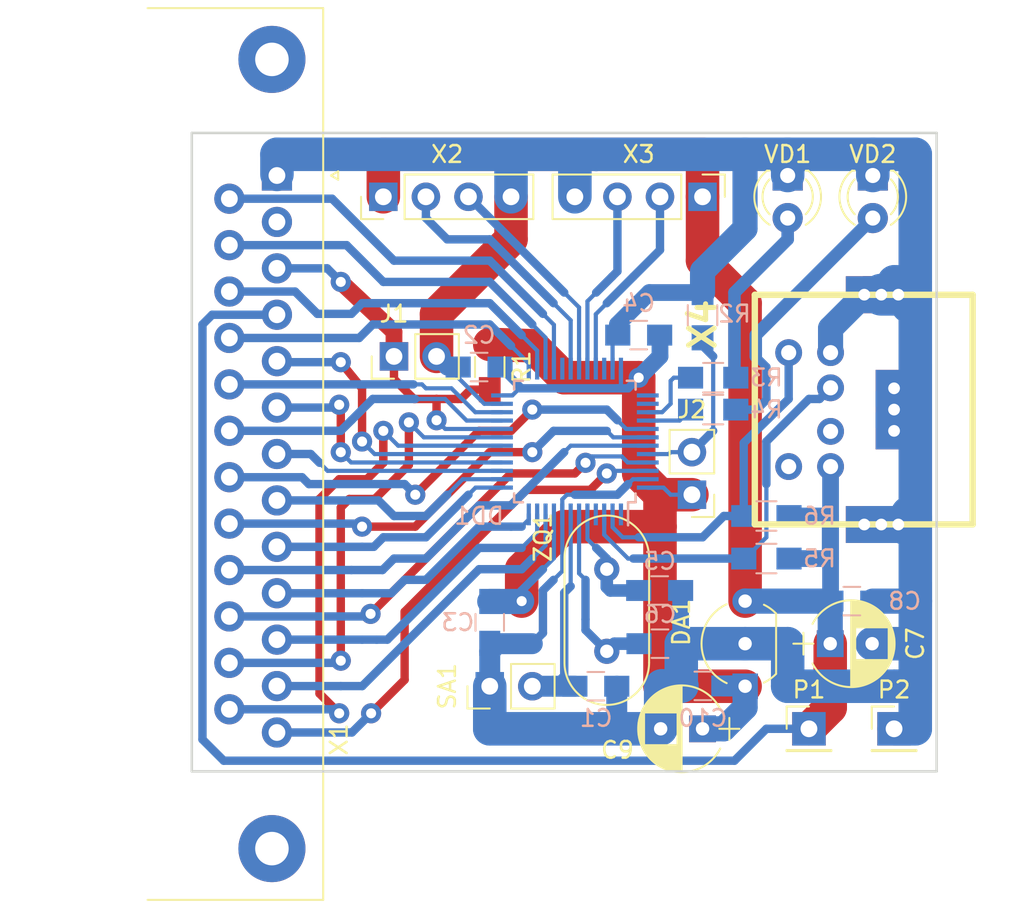
<source format=kicad_pcb>
(kicad_pcb (version 20171130) (host pcbnew 5.1.5)

  (general
    (thickness 1.6)
    (drawings 4)
    (tracks 433)
    (zones 0)
    (modules 30)
    (nets 40)
  )

  (page A4 portrait)
  (layers
    (0 F.Cu signal)
    (31 B.Cu signal)
    (32 B.Adhes user)
    (33 F.Adhes user)
    (34 B.Paste user)
    (35 F.Paste user)
    (36 B.SilkS user)
    (37 F.SilkS user)
    (38 B.Mask user)
    (39 F.Mask user)
    (40 Dwgs.User user)
    (41 Cmts.User user)
    (42 Eco1.User user)
    (43 Eco2.User user)
    (44 Edge.Cuts user)
    (45 Margin user)
    (46 B.CrtYd user)
    (47 F.CrtYd user)
    (48 B.Fab user hide)
    (49 F.Fab user)
  )

  (setup
    (last_trace_width 0.25)
    (user_trace_width 0.5)
    (user_trace_width 0.75)
    (user_trace_width 1)
    (user_trace_width 1.25)
    (user_trace_width 1.5)
    (user_trace_width 2)
    (user_trace_width 2.5)
    (user_trace_width 3)
    (trace_clearance 0.2)
    (zone_clearance 0.508)
    (zone_45_only no)
    (trace_min 0.2)
    (via_size 1.2)
    (via_drill 0.6)
    (via_min_size 0.4)
    (via_min_drill 0.3)
    (uvia_size 0.3)
    (uvia_drill 0.1)
    (uvias_allowed no)
    (uvia_min_size 0.2)
    (uvia_min_drill 0.1)
    (edge_width 0.15)
    (segment_width 0.2)
    (pcb_text_width 0.3)
    (pcb_text_size 1.5 1.5)
    (mod_edge_width 0.15)
    (mod_text_size 1 1)
    (mod_text_width 0.15)
    (pad_size 1.8 1.8)
    (pad_drill 0.9)
    (pad_to_mask_clearance 0.2)
    (solder_mask_min_width 0.25)
    (aux_axis_origin 0 0)
    (visible_elements FFFFFF7F)
    (pcbplotparams
      (layerselection 0x0203c_ffffffff)
      (usegerberextensions false)
      (usegerberattributes false)
      (usegerberadvancedattributes false)
      (creategerberjobfile false)
      (excludeedgelayer false)
      (linewidth 0.100000)
      (plotframeref false)
      (viasonmask false)
      (mode 1)
      (useauxorigin false)
      (hpglpennumber 1)
      (hpglpenspeed 20)
      (hpglpendiameter 15.000000)
      (psnegative false)
      (psa4output false)
      (plotreference true)
      (plotvalue true)
      (plotinvisibletext false)
      (padsonsilk false)
      (subtractmaskfromsilk false)
      (outputformat 1)
      (mirror false)
      (drillshape 0)
      (scaleselection 1)
      (outputdirectory ""))
  )

  (net 0 "")
  (net 1 +5V)
  (net 2 GND)
  (net 3 VCC)
  (net 4 "Net-(C5-Pad2)")
  (net 5 "Net-(DD1-Pad2)")
  (net 6 "Net-(DD1-Pad3)")
  (net 7 /ROW0)
  (net 8 /ROW1)
  (net 9 /ROW2)
  (net 10 /ROW3)
  (net 11 /ROW4)
  (net 12 /ROW5)
  (net 13 /ROW6)
  (net 14 /ROW7)
  (net 15 /RSTR)
  (net 16 /CAPS)
  (net 17 /40/80)
  (net 18 /COL5)
  (net 19 /COL6)
  (net 20 /COL7)
  (net 21 /K0)
  (net 22 /K1)
  (net 23 /K2)
  (net 24 "Net-(DD1-Pad30)")
  (net 25 "Net-(DD1-Pad31)")
  (net 26 "Net-(DD1-Pad32)")
  (net 27 "Net-(DD1-Pad33)")
  (net 28 /COL0)
  (net 29 /COL1)
  (net 30 /COL2)
  (net 31 "Net-(DD1-Pad44)")
  (net 32 /COL3)
  (net 33 /COL4)
  (net 34 "Net-(DD1-Pad39)")
  (net 35 "Net-(DD1-Pad40)")
  (net 36 "Net-(C1-Pad2)")
  (net 37 "Net-(C6-Pad2)")
  (net 38 "Net-(R3-Pad1)")
  (net 39 "Net-(R4-Pad1)")

  (net_class Default "Это класс цепей по умолчанию."
    (clearance 0.2)
    (trace_width 0.25)
    (via_dia 1.2)
    (via_drill 0.6)
    (uvia_dia 0.3)
    (uvia_drill 0.1)
    (add_net +5V)
    (add_net /40/80)
    (add_net /CAPS)
    (add_net /COL0)
    (add_net /COL1)
    (add_net /COL2)
    (add_net /COL3)
    (add_net /COL4)
    (add_net /COL5)
    (add_net /COL6)
    (add_net /COL7)
    (add_net /K0)
    (add_net /K1)
    (add_net /K2)
    (add_net /ROW0)
    (add_net /ROW1)
    (add_net /ROW2)
    (add_net /ROW3)
    (add_net /ROW4)
    (add_net /ROW5)
    (add_net /ROW6)
    (add_net /ROW7)
    (add_net /RSTR)
    (add_net GND)
    (add_net "Net-(C1-Pad2)")
    (add_net "Net-(C5-Pad2)")
    (add_net "Net-(C6-Pad2)")
    (add_net "Net-(DD1-Pad2)")
    (add_net "Net-(DD1-Pad3)")
    (add_net "Net-(DD1-Pad30)")
    (add_net "Net-(DD1-Pad31)")
    (add_net "Net-(DD1-Pad32)")
    (add_net "Net-(DD1-Pad33)")
    (add_net "Net-(DD1-Pad39)")
    (add_net "Net-(DD1-Pad40)")
    (add_net "Net-(DD1-Pad44)")
    (add_net "Net-(R3-Pad1)")
    (add_net "Net-(R4-Pad1)")
    (add_net VCC)
  )

  (module MyLib:Mini_din6 (layer F.Cu) (tedit 5ED3BBF5) (tstamp 5AF10C0A)
    (at 123.19 121.92 90)
    (tags "MINI DIN")
    (path /5AE65BA4)
    (fp_text reference X4 (at 5.08 -8.89 270) (layer F.SilkS)
      (effects (font (size 1.524 1.524) (thickness 0.3048)))
    )
    (fp_text value CONN-6S (at 0 8.89 90) (layer F.Fab)
      (effects (font (size 1.524 1.524) (thickness 0.3048)))
    )
    (fp_line (start -6.85 7.23) (end -6.85 -5.77) (layer F.SilkS) (width 0.381))
    (fp_line (start 6.85 7.23) (end -6.85 7.23) (layer F.SilkS) (width 0.381))
    (fp_line (start 6.85 -5.77) (end 6.85 7.23) (layer F.SilkS) (width 0.381))
    (fp_line (start -6.85 -5.77) (end 6.85 -5.77) (layer F.SilkS) (width 0.381))
    (pad S thru_hole rect (at 0 2.54 90) (size 2.2 2.2) (drill 0.70104) (layers *.Cu *.Mask)
      (net 2 GND))
    (pad S thru_hole rect (at 1.27 2.54 90) (size 2.2 2.2) (drill 0.70104) (layers *.Cu *.Mask)
      (net 2 GND))
    (pad S thru_hole rect (at -1.27 2.54 90) (size 2.2 2.2) (drill 0.70104) (layers *.Cu *.Mask)
      (net 2 GND))
    (pad S thru_hole rect (at 6.858 1.778 90) (size 2.2 2.2) (drill 0.70104) (layers *.Cu *.Mask)
      (net 2 GND))
    (pad S thru_hole rect (at 6.858 2.794 90) (size 2.2 2.2) (drill 0.70104) (layers *.Cu *.Mask)
      (net 2 GND))
    (pad S thru_hole rect (at 6.858 0.762 90) (size 2.2 2.2) (drill 0.70104) (layers *.Cu *.Mask)
      (net 2 GND))
    (pad S thru_hole rect (at -6.858 1.778 90) (size 2.2 2.2) (drill 0.70104) (layers *.Cu *.Mask)
      (net 2 GND))
    (pad S thru_hole rect (at -6.858 2.794 90) (size 2.2 2.2) (drill 0.70104) (layers *.Cu *.Mask)
      (net 2 GND))
    (pad S thru_hole rect (at -6.858 0.762 90) (size 2.2 2.2) (drill 0.70104) (layers *.Cu *.Mask)
      (net 2 GND))
    (pad 3 thru_hole circle (at 3.4 -1.25 90) (size 1.6 1.6) (drill 0.9) (layers *.Cu *.Mask)
      (net 2 GND))
    (pad 4 thru_hole circle (at -3.4 -1.25 90) (size 1.6 1.6) (drill 0.9) (layers *.Cu *.Mask)
      (net 1 +5V))
    (pad 6 thru_hole circle (at -3.4 -3.75 90) (size 1.6 1.6) (drill 0.9) (layers *.Cu *.Mask))
    (pad 5 thru_hole circle (at 3.4 -3.75 90) (size 1.6 1.6) (drill 0.9) (layers *.Cu *.Mask)
      (net 5 "Net-(DD1-Pad2)"))
    (pad 1 thru_hole circle (at 1.3 -1.25 90) (size 1.6 1.6) (drill 0.9) (layers *.Cu *.Mask)
      (net 6 "Net-(DD1-Pad3)"))
    (pad 2 thru_hole circle (at -1.3 -1.25 90) (size 1.6 1.6) (drill 0.9) (layers *.Cu *.Mask))
    (model /home/las/Dropbox/Work/Kicad/3dpackages/minidin_6.wrl
      (at (xyz 0 0 0))
      (scale (xyz 1 1 1))
      (rotate (xyz 0 0 0))
    )
  )

  (module Capacitors_ThroughHole:CP_Radial_D5.0mm_P2.50mm (layer F.Cu) (tedit 597BC7C2) (tstamp 5ED43B47)
    (at 114.3 140.97 180)
    (descr "CP, Radial series, Radial, pin pitch=2.50mm, , diameter=5mm, Electrolytic Capacitor")
    (tags "CP Radial series Radial pin pitch 2.50mm  diameter 5mm Electrolytic Capacitor")
    (path /5EFEB351)
    (fp_text reference C9 (at 5.08 -1.27) (layer F.SilkS)
      (effects (font (size 1 1) (thickness 0.15)))
    )
    (fp_text value "47u 10V" (at 1.25 3.81) (layer F.Fab)
      (effects (font (size 1 1) (thickness 0.15)))
    )
    (fp_arc (start 1.25 0) (end -1.05558 -1.18) (angle 125.8) (layer F.SilkS) (width 0.12))
    (fp_arc (start 1.25 0) (end -1.05558 1.18) (angle -125.8) (layer F.SilkS) (width 0.12))
    (fp_arc (start 1.25 0) (end 3.55558 -1.18) (angle 54.2) (layer F.SilkS) (width 0.12))
    (fp_circle (center 1.25 0) (end 3.75 0) (layer F.Fab) (width 0.1))
    (fp_line (start -2.2 0) (end -1 0) (layer F.Fab) (width 0.1))
    (fp_line (start -1.6 -0.65) (end -1.6 0.65) (layer F.Fab) (width 0.1))
    (fp_line (start 1.25 -2.55) (end 1.25 2.55) (layer F.SilkS) (width 0.12))
    (fp_line (start 1.29 -2.55) (end 1.29 2.55) (layer F.SilkS) (width 0.12))
    (fp_line (start 1.33 -2.549) (end 1.33 2.549) (layer F.SilkS) (width 0.12))
    (fp_line (start 1.37 -2.548) (end 1.37 2.548) (layer F.SilkS) (width 0.12))
    (fp_line (start 1.41 -2.546) (end 1.41 2.546) (layer F.SilkS) (width 0.12))
    (fp_line (start 1.45 -2.543) (end 1.45 2.543) (layer F.SilkS) (width 0.12))
    (fp_line (start 1.49 -2.539) (end 1.49 2.539) (layer F.SilkS) (width 0.12))
    (fp_line (start 1.53 -2.535) (end 1.53 -0.98) (layer F.SilkS) (width 0.12))
    (fp_line (start 1.53 0.98) (end 1.53 2.535) (layer F.SilkS) (width 0.12))
    (fp_line (start 1.57 -2.531) (end 1.57 -0.98) (layer F.SilkS) (width 0.12))
    (fp_line (start 1.57 0.98) (end 1.57 2.531) (layer F.SilkS) (width 0.12))
    (fp_line (start 1.61 -2.525) (end 1.61 -0.98) (layer F.SilkS) (width 0.12))
    (fp_line (start 1.61 0.98) (end 1.61 2.525) (layer F.SilkS) (width 0.12))
    (fp_line (start 1.65 -2.519) (end 1.65 -0.98) (layer F.SilkS) (width 0.12))
    (fp_line (start 1.65 0.98) (end 1.65 2.519) (layer F.SilkS) (width 0.12))
    (fp_line (start 1.69 -2.513) (end 1.69 -0.98) (layer F.SilkS) (width 0.12))
    (fp_line (start 1.69 0.98) (end 1.69 2.513) (layer F.SilkS) (width 0.12))
    (fp_line (start 1.73 -2.506) (end 1.73 -0.98) (layer F.SilkS) (width 0.12))
    (fp_line (start 1.73 0.98) (end 1.73 2.506) (layer F.SilkS) (width 0.12))
    (fp_line (start 1.77 -2.498) (end 1.77 -0.98) (layer F.SilkS) (width 0.12))
    (fp_line (start 1.77 0.98) (end 1.77 2.498) (layer F.SilkS) (width 0.12))
    (fp_line (start 1.81 -2.489) (end 1.81 -0.98) (layer F.SilkS) (width 0.12))
    (fp_line (start 1.81 0.98) (end 1.81 2.489) (layer F.SilkS) (width 0.12))
    (fp_line (start 1.85 -2.48) (end 1.85 -0.98) (layer F.SilkS) (width 0.12))
    (fp_line (start 1.85 0.98) (end 1.85 2.48) (layer F.SilkS) (width 0.12))
    (fp_line (start 1.89 -2.47) (end 1.89 -0.98) (layer F.SilkS) (width 0.12))
    (fp_line (start 1.89 0.98) (end 1.89 2.47) (layer F.SilkS) (width 0.12))
    (fp_line (start 1.93 -2.46) (end 1.93 -0.98) (layer F.SilkS) (width 0.12))
    (fp_line (start 1.93 0.98) (end 1.93 2.46) (layer F.SilkS) (width 0.12))
    (fp_line (start 1.971 -2.448) (end 1.971 -0.98) (layer F.SilkS) (width 0.12))
    (fp_line (start 1.971 0.98) (end 1.971 2.448) (layer F.SilkS) (width 0.12))
    (fp_line (start 2.011 -2.436) (end 2.011 -0.98) (layer F.SilkS) (width 0.12))
    (fp_line (start 2.011 0.98) (end 2.011 2.436) (layer F.SilkS) (width 0.12))
    (fp_line (start 2.051 -2.424) (end 2.051 -0.98) (layer F.SilkS) (width 0.12))
    (fp_line (start 2.051 0.98) (end 2.051 2.424) (layer F.SilkS) (width 0.12))
    (fp_line (start 2.091 -2.41) (end 2.091 -0.98) (layer F.SilkS) (width 0.12))
    (fp_line (start 2.091 0.98) (end 2.091 2.41) (layer F.SilkS) (width 0.12))
    (fp_line (start 2.131 -2.396) (end 2.131 -0.98) (layer F.SilkS) (width 0.12))
    (fp_line (start 2.131 0.98) (end 2.131 2.396) (layer F.SilkS) (width 0.12))
    (fp_line (start 2.171 -2.382) (end 2.171 -0.98) (layer F.SilkS) (width 0.12))
    (fp_line (start 2.171 0.98) (end 2.171 2.382) (layer F.SilkS) (width 0.12))
    (fp_line (start 2.211 -2.366) (end 2.211 -0.98) (layer F.SilkS) (width 0.12))
    (fp_line (start 2.211 0.98) (end 2.211 2.366) (layer F.SilkS) (width 0.12))
    (fp_line (start 2.251 -2.35) (end 2.251 -0.98) (layer F.SilkS) (width 0.12))
    (fp_line (start 2.251 0.98) (end 2.251 2.35) (layer F.SilkS) (width 0.12))
    (fp_line (start 2.291 -2.333) (end 2.291 -0.98) (layer F.SilkS) (width 0.12))
    (fp_line (start 2.291 0.98) (end 2.291 2.333) (layer F.SilkS) (width 0.12))
    (fp_line (start 2.331 -2.315) (end 2.331 -0.98) (layer F.SilkS) (width 0.12))
    (fp_line (start 2.331 0.98) (end 2.331 2.315) (layer F.SilkS) (width 0.12))
    (fp_line (start 2.371 -2.296) (end 2.371 -0.98) (layer F.SilkS) (width 0.12))
    (fp_line (start 2.371 0.98) (end 2.371 2.296) (layer F.SilkS) (width 0.12))
    (fp_line (start 2.411 -2.276) (end 2.411 -0.98) (layer F.SilkS) (width 0.12))
    (fp_line (start 2.411 0.98) (end 2.411 2.276) (layer F.SilkS) (width 0.12))
    (fp_line (start 2.451 -2.256) (end 2.451 -0.98) (layer F.SilkS) (width 0.12))
    (fp_line (start 2.451 0.98) (end 2.451 2.256) (layer F.SilkS) (width 0.12))
    (fp_line (start 2.491 -2.234) (end 2.491 -0.98) (layer F.SilkS) (width 0.12))
    (fp_line (start 2.491 0.98) (end 2.491 2.234) (layer F.SilkS) (width 0.12))
    (fp_line (start 2.531 -2.212) (end 2.531 -0.98) (layer F.SilkS) (width 0.12))
    (fp_line (start 2.531 0.98) (end 2.531 2.212) (layer F.SilkS) (width 0.12))
    (fp_line (start 2.571 -2.189) (end 2.571 -0.98) (layer F.SilkS) (width 0.12))
    (fp_line (start 2.571 0.98) (end 2.571 2.189) (layer F.SilkS) (width 0.12))
    (fp_line (start 2.611 -2.165) (end 2.611 -0.98) (layer F.SilkS) (width 0.12))
    (fp_line (start 2.611 0.98) (end 2.611 2.165) (layer F.SilkS) (width 0.12))
    (fp_line (start 2.651 -2.14) (end 2.651 -0.98) (layer F.SilkS) (width 0.12))
    (fp_line (start 2.651 0.98) (end 2.651 2.14) (layer F.SilkS) (width 0.12))
    (fp_line (start 2.691 -2.113) (end 2.691 -0.98) (layer F.SilkS) (width 0.12))
    (fp_line (start 2.691 0.98) (end 2.691 2.113) (layer F.SilkS) (width 0.12))
    (fp_line (start 2.731 -2.086) (end 2.731 -0.98) (layer F.SilkS) (width 0.12))
    (fp_line (start 2.731 0.98) (end 2.731 2.086) (layer F.SilkS) (width 0.12))
    (fp_line (start 2.771 -2.058) (end 2.771 -0.98) (layer F.SilkS) (width 0.12))
    (fp_line (start 2.771 0.98) (end 2.771 2.058) (layer F.SilkS) (width 0.12))
    (fp_line (start 2.811 -2.028) (end 2.811 -0.98) (layer F.SilkS) (width 0.12))
    (fp_line (start 2.811 0.98) (end 2.811 2.028) (layer F.SilkS) (width 0.12))
    (fp_line (start 2.851 -1.997) (end 2.851 -0.98) (layer F.SilkS) (width 0.12))
    (fp_line (start 2.851 0.98) (end 2.851 1.997) (layer F.SilkS) (width 0.12))
    (fp_line (start 2.891 -1.965) (end 2.891 -0.98) (layer F.SilkS) (width 0.12))
    (fp_line (start 2.891 0.98) (end 2.891 1.965) (layer F.SilkS) (width 0.12))
    (fp_line (start 2.931 -1.932) (end 2.931 -0.98) (layer F.SilkS) (width 0.12))
    (fp_line (start 2.931 0.98) (end 2.931 1.932) (layer F.SilkS) (width 0.12))
    (fp_line (start 2.971 -1.897) (end 2.971 -0.98) (layer F.SilkS) (width 0.12))
    (fp_line (start 2.971 0.98) (end 2.971 1.897) (layer F.SilkS) (width 0.12))
    (fp_line (start 3.011 -1.861) (end 3.011 -0.98) (layer F.SilkS) (width 0.12))
    (fp_line (start 3.011 0.98) (end 3.011 1.861) (layer F.SilkS) (width 0.12))
    (fp_line (start 3.051 -1.823) (end 3.051 -0.98) (layer F.SilkS) (width 0.12))
    (fp_line (start 3.051 0.98) (end 3.051 1.823) (layer F.SilkS) (width 0.12))
    (fp_line (start 3.091 -1.783) (end 3.091 -0.98) (layer F.SilkS) (width 0.12))
    (fp_line (start 3.091 0.98) (end 3.091 1.783) (layer F.SilkS) (width 0.12))
    (fp_line (start 3.131 -1.742) (end 3.131 -0.98) (layer F.SilkS) (width 0.12))
    (fp_line (start 3.131 0.98) (end 3.131 1.742) (layer F.SilkS) (width 0.12))
    (fp_line (start 3.171 -1.699) (end 3.171 -0.98) (layer F.SilkS) (width 0.12))
    (fp_line (start 3.171 0.98) (end 3.171 1.699) (layer F.SilkS) (width 0.12))
    (fp_line (start 3.211 -1.654) (end 3.211 -0.98) (layer F.SilkS) (width 0.12))
    (fp_line (start 3.211 0.98) (end 3.211 1.654) (layer F.SilkS) (width 0.12))
    (fp_line (start 3.251 -1.606) (end 3.251 -0.98) (layer F.SilkS) (width 0.12))
    (fp_line (start 3.251 0.98) (end 3.251 1.606) (layer F.SilkS) (width 0.12))
    (fp_line (start 3.291 -1.556) (end 3.291 -0.98) (layer F.SilkS) (width 0.12))
    (fp_line (start 3.291 0.98) (end 3.291 1.556) (layer F.SilkS) (width 0.12))
    (fp_line (start 3.331 -1.504) (end 3.331 -0.98) (layer F.SilkS) (width 0.12))
    (fp_line (start 3.331 0.98) (end 3.331 1.504) (layer F.SilkS) (width 0.12))
    (fp_line (start 3.371 -1.448) (end 3.371 -0.98) (layer F.SilkS) (width 0.12))
    (fp_line (start 3.371 0.98) (end 3.371 1.448) (layer F.SilkS) (width 0.12))
    (fp_line (start 3.411 -1.39) (end 3.411 -0.98) (layer F.SilkS) (width 0.12))
    (fp_line (start 3.411 0.98) (end 3.411 1.39) (layer F.SilkS) (width 0.12))
    (fp_line (start 3.451 -1.327) (end 3.451 -0.98) (layer F.SilkS) (width 0.12))
    (fp_line (start 3.451 0.98) (end 3.451 1.327) (layer F.SilkS) (width 0.12))
    (fp_line (start 3.491 -1.261) (end 3.491 1.261) (layer F.SilkS) (width 0.12))
    (fp_line (start 3.531 -1.189) (end 3.531 1.189) (layer F.SilkS) (width 0.12))
    (fp_line (start 3.571 -1.112) (end 3.571 1.112) (layer F.SilkS) (width 0.12))
    (fp_line (start 3.611 -1.028) (end 3.611 1.028) (layer F.SilkS) (width 0.12))
    (fp_line (start 3.651 -0.934) (end 3.651 0.934) (layer F.SilkS) (width 0.12))
    (fp_line (start 3.691 -0.829) (end 3.691 0.829) (layer F.SilkS) (width 0.12))
    (fp_line (start 3.731 -0.707) (end 3.731 0.707) (layer F.SilkS) (width 0.12))
    (fp_line (start 3.771 -0.559) (end 3.771 0.559) (layer F.SilkS) (width 0.12))
    (fp_line (start 3.811 -0.354) (end 3.811 0.354) (layer F.SilkS) (width 0.12))
    (fp_line (start -2.2 0) (end -1 0) (layer F.SilkS) (width 0.12))
    (fp_line (start -1.6 -0.65) (end -1.6 0.65) (layer F.SilkS) (width 0.12))
    (fp_line (start -1.6 -2.85) (end -1.6 2.85) (layer F.CrtYd) (width 0.05))
    (fp_line (start -1.6 2.85) (end 4.1 2.85) (layer F.CrtYd) (width 0.05))
    (fp_line (start 4.1 2.85) (end 4.1 -2.85) (layer F.CrtYd) (width 0.05))
    (fp_line (start 4.1 -2.85) (end -1.6 -2.85) (layer F.CrtYd) (width 0.05))
    (fp_text user %R (at 1.25 0) (layer F.Fab)
      (effects (font (size 1 1) (thickness 0.15)))
    )
    (pad 1 thru_hole rect (at 0 0 180) (size 1.6 1.6) (drill 0.8) (layers *.Cu *.Mask)
      (net 3 VCC))
    (pad 2 thru_hole circle (at 2.5 0 180) (size 1.6 1.6) (drill 0.8) (layers *.Cu *.Mask)
      (net 2 GND))
    (model ${KISYS3DMOD}/Capacitors_THT.3dshapes/CP_Radial_D5.0mm_P2.50mm.wrl
      (at (xyz 0 0 0))
      (scale (xyz 1 1 1))
      (rotate (xyz 0 0 0))
    )
  )

  (module TO_SOT_Packages_THT:TO-92_Inline_Wide (layer F.Cu) (tedit 58CE52AF) (tstamp 5C9371D2)
    (at 116.84 138.43 90)
    (descr "TO-92 leads in-line, wide, drill 0.8mm (see NXP sot054_po.pdf)")
    (tags "to-92 sc-43 sc-43a sot54 PA33 transistor")
    (path /5B053225)
    (fp_text reference DA1 (at 3.81 -3.81 270) (layer F.SilkS)
      (effects (font (size 1 1) (thickness 0.15)))
    )
    (fp_text value L78L33_TO92 (at 2.54 2.79 90) (layer F.Fab)
      (effects (font (size 1 1) (thickness 0.15)))
    )
    (fp_text user %R (at 2.54 -3.56 270) (layer F.Fab)
      (effects (font (size 1 1) (thickness 0.15)))
    )
    (fp_line (start 0.74 1.85) (end 4.34 1.85) (layer F.SilkS) (width 0.12))
    (fp_line (start 0.8 1.75) (end 4.3 1.75) (layer F.Fab) (width 0.1))
    (fp_line (start -1.01 -2.73) (end 6.09 -2.73) (layer F.CrtYd) (width 0.05))
    (fp_line (start -1.01 -2.73) (end -1.01 2.01) (layer F.CrtYd) (width 0.05))
    (fp_line (start 6.09 2.01) (end 6.09 -2.73) (layer F.CrtYd) (width 0.05))
    (fp_line (start 6.09 2.01) (end -1.01 2.01) (layer F.CrtYd) (width 0.05))
    (fp_arc (start 2.54 0) (end 0.74 1.85) (angle 20) (layer F.SilkS) (width 0.12))
    (fp_arc (start 2.54 0) (end 2.54 -2.6) (angle -65) (layer F.SilkS) (width 0.12))
    (fp_arc (start 2.54 0) (end 2.54 -2.6) (angle 65) (layer F.SilkS) (width 0.12))
    (fp_arc (start 2.54 0) (end 2.54 -2.48) (angle 135) (layer F.Fab) (width 0.1))
    (fp_arc (start 2.54 0) (end 2.54 -2.48) (angle -135) (layer F.Fab) (width 0.1))
    (fp_arc (start 2.54 0) (end 4.34 1.85) (angle -20) (layer F.SilkS) (width 0.12))
    (pad 2 thru_hole circle (at 2.54 0 180) (size 1.52 1.52) (drill 0.8) (layers *.Cu *.Mask)
      (net 2 GND))
    (pad 3 thru_hole circle (at 5.08 0 180) (size 1.52 1.52) (drill 0.8) (layers *.Cu *.Mask)
      (net 1 +5V))
    (pad 1 thru_hole rect (at 0 0 180) (size 1.52 1.52) (drill 0.8) (layers *.Cu *.Mask)
      (net 3 VCC))
    (model ${KISYS3DMOD}/TO_SOT_Packages_THT.3dshapes/TO-92_Inline_Wide.wrl
      (offset (xyz 2.539999961853027 0 0))
      (scale (xyz 1 1 1))
      (rotate (xyz 0 0 -90))
    )
  )

  (module Capacitors_SMD:C_0805_HandSoldering (layer B.Cu) (tedit 58AA84A8) (tstamp 5B1E9502)
    (at 111.74 132.715 180)
    (descr "Capacitor SMD 0805, hand soldering")
    (tags "capacitor 0805")
    (path /5B1EB651)
    (attr smd)
    (fp_text reference C5 (at 0 1.75 180) (layer B.SilkS)
      (effects (font (size 1 1) (thickness 0.15)) (justify mirror))
    )
    (fp_text value 30p (at 0 -1.75 180) (layer B.Fab)
      (effects (font (size 1 1) (thickness 0.15)) (justify mirror))
    )
    (fp_text user %R (at 0 1.75 180) (layer B.Fab)
      (effects (font (size 1 1) (thickness 0.15)) (justify mirror))
    )
    (fp_line (start -1 -0.62) (end -1 0.62) (layer B.Fab) (width 0.1))
    (fp_line (start 1 -0.62) (end -1 -0.62) (layer B.Fab) (width 0.1))
    (fp_line (start 1 0.62) (end 1 -0.62) (layer B.Fab) (width 0.1))
    (fp_line (start -1 0.62) (end 1 0.62) (layer B.Fab) (width 0.1))
    (fp_line (start 0.5 0.85) (end -0.5 0.85) (layer B.SilkS) (width 0.12))
    (fp_line (start -0.5 -0.85) (end 0.5 -0.85) (layer B.SilkS) (width 0.12))
    (fp_line (start -2.25 0.88) (end 2.25 0.88) (layer B.CrtYd) (width 0.05))
    (fp_line (start -2.25 0.88) (end -2.25 -0.87) (layer B.CrtYd) (width 0.05))
    (fp_line (start 2.25 -0.87) (end 2.25 0.88) (layer B.CrtYd) (width 0.05))
    (fp_line (start 2.25 -0.87) (end -2.25 -0.87) (layer B.CrtYd) (width 0.05))
    (pad 1 smd rect (at -1.25 0 180) (size 1.5 1.25) (layers B.Cu B.Paste B.Mask)
      (net 2 GND))
    (pad 2 smd rect (at 1.25 0 180) (size 1.5 1.25) (layers B.Cu B.Paste B.Mask)
      (net 4 "Net-(C5-Pad2)"))
    (model Capacitors_SMD.3dshapes/C_0805.wrl
      (at (xyz 0 0 0))
      (scale (xyz 1 1 1))
      (rotate (xyz 0 0 0))
    )
  )

  (module Capacitors_SMD:C_0805_HandSoldering (layer B.Cu) (tedit 58AA84A8) (tstamp 5B1E9514)
    (at 114.32 138.41)
    (descr "Capacitor SMD 0805, hand soldering")
    (tags "capacitor 0805")
    (path /5AF0615B)
    (attr smd)
    (fp_text reference C10 (at 0 1.925) (layer B.SilkS)
      (effects (font (size 1 1) (thickness 0.15)) (justify mirror))
    )
    (fp_text value 0.1u (at 0 -1.75) (layer B.Fab)
      (effects (font (size 1 1) (thickness 0.15)) (justify mirror))
    )
    (fp_text user %R (at 0 1.75) (layer B.Fab)
      (effects (font (size 1 1) (thickness 0.15)) (justify mirror))
    )
    (fp_line (start -1 -0.62) (end -1 0.62) (layer B.Fab) (width 0.1))
    (fp_line (start 1 -0.62) (end -1 -0.62) (layer B.Fab) (width 0.1))
    (fp_line (start 1 0.62) (end 1 -0.62) (layer B.Fab) (width 0.1))
    (fp_line (start -1 0.62) (end 1 0.62) (layer B.Fab) (width 0.1))
    (fp_line (start 0.5 0.85) (end -0.5 0.85) (layer B.SilkS) (width 0.12))
    (fp_line (start -0.5 -0.85) (end 0.5 -0.85) (layer B.SilkS) (width 0.12))
    (fp_line (start -2.25 0.88) (end 2.25 0.88) (layer B.CrtYd) (width 0.05))
    (fp_line (start -2.25 0.88) (end -2.25 -0.87) (layer B.CrtYd) (width 0.05))
    (fp_line (start 2.25 -0.87) (end 2.25 0.88) (layer B.CrtYd) (width 0.05))
    (fp_line (start 2.25 -0.87) (end -2.25 -0.87) (layer B.CrtYd) (width 0.05))
    (pad 1 smd rect (at -1.25 0) (size 1.5 1.25) (layers B.Cu B.Paste B.Mask)
      (net 2 GND))
    (pad 2 smd rect (at 1.25 0) (size 1.5 1.25) (layers B.Cu B.Paste B.Mask)
      (net 3 VCC))
    (model Capacitors_SMD.3dshapes/C_0805.wrl
      (at (xyz 0 0 0))
      (scale (xyz 1 1 1))
      (rotate (xyz 0 0 0))
    )
  )

  (module Capacitors_SMD:C_0805_HandSoldering (layer B.Cu) (tedit 58AA84A8) (tstamp 5AF10B53)
    (at 123.21 133.35 180)
    (descr "Capacitor SMD 0805, hand soldering")
    (tags "capacitor 0805")
    (path /5AF05E59)
    (attr smd)
    (fp_text reference C8 (at -3.155 0) (layer B.SilkS)
      (effects (font (size 1 1) (thickness 0.15)) (justify mirror))
    )
    (fp_text value 0.1u (at 0 -1.75) (layer B.Fab)
      (effects (font (size 1 1) (thickness 0.15)) (justify mirror))
    )
    (fp_text user %R (at 0 1.75) (layer B.Fab)
      (effects (font (size 1 1) (thickness 0.15)) (justify mirror))
    )
    (fp_line (start -1 -0.62) (end -1 0.62) (layer B.Fab) (width 0.1))
    (fp_line (start 1 -0.62) (end -1 -0.62) (layer B.Fab) (width 0.1))
    (fp_line (start 1 0.62) (end 1 -0.62) (layer B.Fab) (width 0.1))
    (fp_line (start -1 0.62) (end 1 0.62) (layer B.Fab) (width 0.1))
    (fp_line (start 0.5 0.85) (end -0.5 0.85) (layer B.SilkS) (width 0.12))
    (fp_line (start -0.5 -0.85) (end 0.5 -0.85) (layer B.SilkS) (width 0.12))
    (fp_line (start -2.25 0.88) (end 2.25 0.88) (layer B.CrtYd) (width 0.05))
    (fp_line (start -2.25 0.88) (end -2.25 -0.87) (layer B.CrtYd) (width 0.05))
    (fp_line (start 2.25 -0.87) (end 2.25 0.88) (layer B.CrtYd) (width 0.05))
    (fp_line (start 2.25 -0.87) (end -2.25 -0.87) (layer B.CrtYd) (width 0.05))
    (pad 1 smd rect (at -1.25 0 180) (size 1.5 1.25) (layers B.Cu B.Paste B.Mask)
      (net 2 GND))
    (pad 2 smd rect (at 1.25 0 180) (size 1.5 1.25) (layers B.Cu B.Paste B.Mask)
      (net 1 +5V))
    (model Capacitors_SMD.3dshapes/C_0805.wrl
      (at (xyz 0 0 0))
      (scale (xyz 1 1 1))
      (rotate (xyz 0 0 0))
    )
  )

  (module Socket_Strips:Socket_Strip_Straight_1x04_Pitch2.54mm (layer F.Cu) (tedit 58CD5446) (tstamp 5ED3A583)
    (at 114.3 109.22 270)
    (descr "Through hole straight socket strip, 1x04, 2.54mm pitch, single row")
    (tags "Through hole socket strip THT 1x04 2.54mm single row")
    (path /5EDD3415)
    (fp_text reference X3 (at -2.54 3.81 180) (layer F.SilkS)
      (effects (font (size 1 1) (thickness 0.15)))
    )
    (fp_text value CONN-4 (at 0 9.95 90) (layer F.Fab)
      (effects (font (size 1 1) (thickness 0.15)))
    )
    (fp_line (start -1.27 -1.27) (end -1.27 8.89) (layer F.Fab) (width 0.1))
    (fp_line (start -1.27 8.89) (end 1.27 8.89) (layer F.Fab) (width 0.1))
    (fp_line (start 1.27 8.89) (end 1.27 -1.27) (layer F.Fab) (width 0.1))
    (fp_line (start 1.27 -1.27) (end -1.27 -1.27) (layer F.Fab) (width 0.1))
    (fp_line (start -1.33 1.27) (end -1.33 8.95) (layer F.SilkS) (width 0.12))
    (fp_line (start -1.33 8.95) (end 1.33 8.95) (layer F.SilkS) (width 0.12))
    (fp_line (start 1.33 8.95) (end 1.33 1.27) (layer F.SilkS) (width 0.12))
    (fp_line (start 1.33 1.27) (end -1.33 1.27) (layer F.SilkS) (width 0.12))
    (fp_line (start -1.33 0) (end -1.33 -1.33) (layer F.SilkS) (width 0.12))
    (fp_line (start -1.33 -1.33) (end 0 -1.33) (layer F.SilkS) (width 0.12))
    (fp_line (start -1.8 -1.8) (end -1.8 9.4) (layer F.CrtYd) (width 0.05))
    (fp_line (start -1.8 9.4) (end 1.8 9.4) (layer F.CrtYd) (width 0.05))
    (fp_line (start 1.8 9.4) (end 1.8 -1.8) (layer F.CrtYd) (width 0.05))
    (fp_line (start 1.8 -1.8) (end -1.8 -1.8) (layer F.CrtYd) (width 0.05))
    (fp_text user %R (at 0 -2.33 90) (layer F.Fab)
      (effects (font (size 1 1) (thickness 0.15)))
    )
    (pad 1 thru_hole rect (at 0 0 270) (size 1.7 1.7) (drill 1) (layers *.Cu *.Mask)
      (net 1 +5V))
    (pad 2 thru_hole oval (at 0 2.54 270) (size 1.7 1.7) (drill 1) (layers *.Cu *.Mask)
      (net 27 "Net-(DD1-Pad33)"))
    (pad 3 thru_hole oval (at 0 5.08 270) (size 1.7 1.7) (drill 1) (layers *.Cu *.Mask)
      (net 26 "Net-(DD1-Pad32)"))
    (pad 4 thru_hole oval (at 0 7.62 270) (size 1.7 1.7) (drill 1) (layers *.Cu *.Mask)
      (net 2 GND))
    (model ${KISYS3DMOD}/Socket_Strips.3dshapes/Socket_Strip_Straight_1x04_Pitch2.54mm.wrl
      (offset (xyz 0 -3.809999942779541 0))
      (scale (xyz 1 1 1))
      (rotate (xyz 0 0 270))
    )
  )

  (module Socket_Strips:Socket_Strip_Straight_1x04_Pitch2.54mm (layer F.Cu) (tedit 58CD5446) (tstamp 5ED3A554)
    (at 95.25 109.22 90)
    (descr "Through hole straight socket strip, 1x04, 2.54mm pitch, single row")
    (tags "Through hole socket strip THT 1x04 2.54mm single row")
    (path /5EED886F)
    (fp_text reference X2 (at 2.54 3.81 180) (layer F.SilkS)
      (effects (font (size 1 1) (thickness 0.15)))
    )
    (fp_text value CONN-4 (at 0 9.95 90) (layer F.Fab)
      (effects (font (size 1 1) (thickness 0.15)))
    )
    (fp_line (start -1.27 -1.27) (end -1.27 8.89) (layer F.Fab) (width 0.1))
    (fp_line (start -1.27 8.89) (end 1.27 8.89) (layer F.Fab) (width 0.1))
    (fp_line (start 1.27 8.89) (end 1.27 -1.27) (layer F.Fab) (width 0.1))
    (fp_line (start 1.27 -1.27) (end -1.27 -1.27) (layer F.Fab) (width 0.1))
    (fp_line (start -1.33 1.27) (end -1.33 8.95) (layer F.SilkS) (width 0.12))
    (fp_line (start -1.33 8.95) (end 1.33 8.95) (layer F.SilkS) (width 0.12))
    (fp_line (start 1.33 8.95) (end 1.33 1.27) (layer F.SilkS) (width 0.12))
    (fp_line (start 1.33 1.27) (end -1.33 1.27) (layer F.SilkS) (width 0.12))
    (fp_line (start -1.33 0) (end -1.33 -1.33) (layer F.SilkS) (width 0.12))
    (fp_line (start -1.33 -1.33) (end 0 -1.33) (layer F.SilkS) (width 0.12))
    (fp_line (start -1.8 -1.8) (end -1.8 9.4) (layer F.CrtYd) (width 0.05))
    (fp_line (start -1.8 9.4) (end 1.8 9.4) (layer F.CrtYd) (width 0.05))
    (fp_line (start 1.8 9.4) (end 1.8 -1.8) (layer F.CrtYd) (width 0.05))
    (fp_line (start 1.8 -1.8) (end -1.8 -1.8) (layer F.CrtYd) (width 0.05))
    (fp_text user %R (at 0 -2.33 90) (layer F.Fab)
      (effects (font (size 1 1) (thickness 0.15)))
    )
    (pad 1 thru_hole rect (at 0 0 90) (size 1.7 1.7) (drill 1) (layers *.Cu *.Mask)
      (net 1 +5V))
    (pad 2 thru_hole oval (at 0 2.54 90) (size 1.7 1.7) (drill 1) (layers *.Cu *.Mask)
      (net 24 "Net-(DD1-Pad30)"))
    (pad 3 thru_hole oval (at 0 5.08 90) (size 1.7 1.7) (drill 1) (layers *.Cu *.Mask)
      (net 25 "Net-(DD1-Pad31)"))
    (pad 4 thru_hole oval (at 0 7.62 90) (size 1.7 1.7) (drill 1) (layers *.Cu *.Mask)
      (net 2 GND))
    (model ${KISYS3DMOD}/Socket_Strips.3dshapes/Socket_Strip_Straight_1x04_Pitch2.54mm.wrl
      (offset (xyz 0 -3.809999942779541 0))
      (scale (xyz 1 1 1))
      (rotate (xyz 0 0 270))
    )
  )

  (module Resistors_SMD:R_0805_HandSoldering (layer F.Cu) (tedit 58E0A804) (tstamp 5ED3A459)
    (at 101.6 119.38 90)
    (descr "Resistor SMD 0805, hand soldering")
    (tags "resistor 0805")
    (path /5ED3FB37)
    (attr smd)
    (fp_text reference R1 (at 0 1.905 270) (layer F.SilkS)
      (effects (font (size 1 1) (thickness 0.15)))
    )
    (fp_text value 10K (at 0 1.75 90) (layer F.Fab)
      (effects (font (size 1 1) (thickness 0.15)))
    )
    (fp_text user %R (at 0 0 90) (layer F.Fab)
      (effects (font (size 0.5 0.5) (thickness 0.075)))
    )
    (fp_line (start -1 0.62) (end -1 -0.62) (layer F.Fab) (width 0.1))
    (fp_line (start 1 0.62) (end -1 0.62) (layer F.Fab) (width 0.1))
    (fp_line (start 1 -0.62) (end 1 0.62) (layer F.Fab) (width 0.1))
    (fp_line (start -1 -0.62) (end 1 -0.62) (layer F.Fab) (width 0.1))
    (fp_line (start 0.6 0.88) (end -0.6 0.88) (layer F.SilkS) (width 0.12))
    (fp_line (start -0.6 -0.88) (end 0.6 -0.88) (layer F.SilkS) (width 0.12))
    (fp_line (start -2.35 -0.9) (end 2.35 -0.9) (layer F.CrtYd) (width 0.05))
    (fp_line (start -2.35 -0.9) (end -2.35 0.9) (layer F.CrtYd) (width 0.05))
    (fp_line (start 2.35 0.9) (end 2.35 -0.9) (layer F.CrtYd) (width 0.05))
    (fp_line (start 2.35 0.9) (end -2.35 0.9) (layer F.CrtYd) (width 0.05))
    (pad 1 smd rect (at -1.35 0 90) (size 1.5 1.3) (layers F.Cu F.Paste F.Mask)
      (net 15 /RSTR))
    (pad 2 smd rect (at 1.35 0 90) (size 1.5 1.3) (layers F.Cu F.Paste F.Mask)
      (net 3 VCC))
    (model ${KISYS3DMOD}/Resistors_SMD.3dshapes/R_0805.wrl
      (at (xyz 0 0 0))
      (scale (xyz 1 1 1))
      (rotate (xyz 0 0 0))
    )
  )

  (module Capacitors_ThroughHole:CP_Radial_D5.0mm_P2.50mm (layer F.Cu) (tedit 597BC7C2) (tstamp 5CA1F743)
    (at 121.92 135.89)
    (descr "CP, Radial series, Radial, pin pitch=2.50mm, , diameter=5mm, Electrolytic Capacitor")
    (tags "CP Radial series Radial pin pitch 2.50mm  diameter 5mm Electrolytic Capacitor")
    (path /5AF05EF3)
    (fp_text reference C7 (at 5.08 0 90) (layer F.SilkS)
      (effects (font (size 1 1) (thickness 0.15)))
    )
    (fp_text value "47u 16V" (at 1.25 3.81) (layer F.Fab)
      (effects (font (size 1 1) (thickness 0.15)))
    )
    (fp_text user %R (at 1.25 0) (layer F.Fab)
      (effects (font (size 1 1) (thickness 0.15)))
    )
    (fp_line (start 4.1 -2.85) (end -1.6 -2.85) (layer F.CrtYd) (width 0.05))
    (fp_line (start 4.1 2.85) (end 4.1 -2.85) (layer F.CrtYd) (width 0.05))
    (fp_line (start -1.6 2.85) (end 4.1 2.85) (layer F.CrtYd) (width 0.05))
    (fp_line (start -1.6 -2.85) (end -1.6 2.85) (layer F.CrtYd) (width 0.05))
    (fp_line (start -1.6 -0.65) (end -1.6 0.65) (layer F.SilkS) (width 0.12))
    (fp_line (start -2.2 0) (end -1 0) (layer F.SilkS) (width 0.12))
    (fp_line (start 3.811 -0.354) (end 3.811 0.354) (layer F.SilkS) (width 0.12))
    (fp_line (start 3.771 -0.559) (end 3.771 0.559) (layer F.SilkS) (width 0.12))
    (fp_line (start 3.731 -0.707) (end 3.731 0.707) (layer F.SilkS) (width 0.12))
    (fp_line (start 3.691 -0.829) (end 3.691 0.829) (layer F.SilkS) (width 0.12))
    (fp_line (start 3.651 -0.934) (end 3.651 0.934) (layer F.SilkS) (width 0.12))
    (fp_line (start 3.611 -1.028) (end 3.611 1.028) (layer F.SilkS) (width 0.12))
    (fp_line (start 3.571 -1.112) (end 3.571 1.112) (layer F.SilkS) (width 0.12))
    (fp_line (start 3.531 -1.189) (end 3.531 1.189) (layer F.SilkS) (width 0.12))
    (fp_line (start 3.491 -1.261) (end 3.491 1.261) (layer F.SilkS) (width 0.12))
    (fp_line (start 3.451 0.98) (end 3.451 1.327) (layer F.SilkS) (width 0.12))
    (fp_line (start 3.451 -1.327) (end 3.451 -0.98) (layer F.SilkS) (width 0.12))
    (fp_line (start 3.411 0.98) (end 3.411 1.39) (layer F.SilkS) (width 0.12))
    (fp_line (start 3.411 -1.39) (end 3.411 -0.98) (layer F.SilkS) (width 0.12))
    (fp_line (start 3.371 0.98) (end 3.371 1.448) (layer F.SilkS) (width 0.12))
    (fp_line (start 3.371 -1.448) (end 3.371 -0.98) (layer F.SilkS) (width 0.12))
    (fp_line (start 3.331 0.98) (end 3.331 1.504) (layer F.SilkS) (width 0.12))
    (fp_line (start 3.331 -1.504) (end 3.331 -0.98) (layer F.SilkS) (width 0.12))
    (fp_line (start 3.291 0.98) (end 3.291 1.556) (layer F.SilkS) (width 0.12))
    (fp_line (start 3.291 -1.556) (end 3.291 -0.98) (layer F.SilkS) (width 0.12))
    (fp_line (start 3.251 0.98) (end 3.251 1.606) (layer F.SilkS) (width 0.12))
    (fp_line (start 3.251 -1.606) (end 3.251 -0.98) (layer F.SilkS) (width 0.12))
    (fp_line (start 3.211 0.98) (end 3.211 1.654) (layer F.SilkS) (width 0.12))
    (fp_line (start 3.211 -1.654) (end 3.211 -0.98) (layer F.SilkS) (width 0.12))
    (fp_line (start 3.171 0.98) (end 3.171 1.699) (layer F.SilkS) (width 0.12))
    (fp_line (start 3.171 -1.699) (end 3.171 -0.98) (layer F.SilkS) (width 0.12))
    (fp_line (start 3.131 0.98) (end 3.131 1.742) (layer F.SilkS) (width 0.12))
    (fp_line (start 3.131 -1.742) (end 3.131 -0.98) (layer F.SilkS) (width 0.12))
    (fp_line (start 3.091 0.98) (end 3.091 1.783) (layer F.SilkS) (width 0.12))
    (fp_line (start 3.091 -1.783) (end 3.091 -0.98) (layer F.SilkS) (width 0.12))
    (fp_line (start 3.051 0.98) (end 3.051 1.823) (layer F.SilkS) (width 0.12))
    (fp_line (start 3.051 -1.823) (end 3.051 -0.98) (layer F.SilkS) (width 0.12))
    (fp_line (start 3.011 0.98) (end 3.011 1.861) (layer F.SilkS) (width 0.12))
    (fp_line (start 3.011 -1.861) (end 3.011 -0.98) (layer F.SilkS) (width 0.12))
    (fp_line (start 2.971 0.98) (end 2.971 1.897) (layer F.SilkS) (width 0.12))
    (fp_line (start 2.971 -1.897) (end 2.971 -0.98) (layer F.SilkS) (width 0.12))
    (fp_line (start 2.931 0.98) (end 2.931 1.932) (layer F.SilkS) (width 0.12))
    (fp_line (start 2.931 -1.932) (end 2.931 -0.98) (layer F.SilkS) (width 0.12))
    (fp_line (start 2.891 0.98) (end 2.891 1.965) (layer F.SilkS) (width 0.12))
    (fp_line (start 2.891 -1.965) (end 2.891 -0.98) (layer F.SilkS) (width 0.12))
    (fp_line (start 2.851 0.98) (end 2.851 1.997) (layer F.SilkS) (width 0.12))
    (fp_line (start 2.851 -1.997) (end 2.851 -0.98) (layer F.SilkS) (width 0.12))
    (fp_line (start 2.811 0.98) (end 2.811 2.028) (layer F.SilkS) (width 0.12))
    (fp_line (start 2.811 -2.028) (end 2.811 -0.98) (layer F.SilkS) (width 0.12))
    (fp_line (start 2.771 0.98) (end 2.771 2.058) (layer F.SilkS) (width 0.12))
    (fp_line (start 2.771 -2.058) (end 2.771 -0.98) (layer F.SilkS) (width 0.12))
    (fp_line (start 2.731 0.98) (end 2.731 2.086) (layer F.SilkS) (width 0.12))
    (fp_line (start 2.731 -2.086) (end 2.731 -0.98) (layer F.SilkS) (width 0.12))
    (fp_line (start 2.691 0.98) (end 2.691 2.113) (layer F.SilkS) (width 0.12))
    (fp_line (start 2.691 -2.113) (end 2.691 -0.98) (layer F.SilkS) (width 0.12))
    (fp_line (start 2.651 0.98) (end 2.651 2.14) (layer F.SilkS) (width 0.12))
    (fp_line (start 2.651 -2.14) (end 2.651 -0.98) (layer F.SilkS) (width 0.12))
    (fp_line (start 2.611 0.98) (end 2.611 2.165) (layer F.SilkS) (width 0.12))
    (fp_line (start 2.611 -2.165) (end 2.611 -0.98) (layer F.SilkS) (width 0.12))
    (fp_line (start 2.571 0.98) (end 2.571 2.189) (layer F.SilkS) (width 0.12))
    (fp_line (start 2.571 -2.189) (end 2.571 -0.98) (layer F.SilkS) (width 0.12))
    (fp_line (start 2.531 0.98) (end 2.531 2.212) (layer F.SilkS) (width 0.12))
    (fp_line (start 2.531 -2.212) (end 2.531 -0.98) (layer F.SilkS) (width 0.12))
    (fp_line (start 2.491 0.98) (end 2.491 2.234) (layer F.SilkS) (width 0.12))
    (fp_line (start 2.491 -2.234) (end 2.491 -0.98) (layer F.SilkS) (width 0.12))
    (fp_line (start 2.451 0.98) (end 2.451 2.256) (layer F.SilkS) (width 0.12))
    (fp_line (start 2.451 -2.256) (end 2.451 -0.98) (layer F.SilkS) (width 0.12))
    (fp_line (start 2.411 0.98) (end 2.411 2.276) (layer F.SilkS) (width 0.12))
    (fp_line (start 2.411 -2.276) (end 2.411 -0.98) (layer F.SilkS) (width 0.12))
    (fp_line (start 2.371 0.98) (end 2.371 2.296) (layer F.SilkS) (width 0.12))
    (fp_line (start 2.371 -2.296) (end 2.371 -0.98) (layer F.SilkS) (width 0.12))
    (fp_line (start 2.331 0.98) (end 2.331 2.315) (layer F.SilkS) (width 0.12))
    (fp_line (start 2.331 -2.315) (end 2.331 -0.98) (layer F.SilkS) (width 0.12))
    (fp_line (start 2.291 0.98) (end 2.291 2.333) (layer F.SilkS) (width 0.12))
    (fp_line (start 2.291 -2.333) (end 2.291 -0.98) (layer F.SilkS) (width 0.12))
    (fp_line (start 2.251 0.98) (end 2.251 2.35) (layer F.SilkS) (width 0.12))
    (fp_line (start 2.251 -2.35) (end 2.251 -0.98) (layer F.SilkS) (width 0.12))
    (fp_line (start 2.211 0.98) (end 2.211 2.366) (layer F.SilkS) (width 0.12))
    (fp_line (start 2.211 -2.366) (end 2.211 -0.98) (layer F.SilkS) (width 0.12))
    (fp_line (start 2.171 0.98) (end 2.171 2.382) (layer F.SilkS) (width 0.12))
    (fp_line (start 2.171 -2.382) (end 2.171 -0.98) (layer F.SilkS) (width 0.12))
    (fp_line (start 2.131 0.98) (end 2.131 2.396) (layer F.SilkS) (width 0.12))
    (fp_line (start 2.131 -2.396) (end 2.131 -0.98) (layer F.SilkS) (width 0.12))
    (fp_line (start 2.091 0.98) (end 2.091 2.41) (layer F.SilkS) (width 0.12))
    (fp_line (start 2.091 -2.41) (end 2.091 -0.98) (layer F.SilkS) (width 0.12))
    (fp_line (start 2.051 0.98) (end 2.051 2.424) (layer F.SilkS) (width 0.12))
    (fp_line (start 2.051 -2.424) (end 2.051 -0.98) (layer F.SilkS) (width 0.12))
    (fp_line (start 2.011 0.98) (end 2.011 2.436) (layer F.SilkS) (width 0.12))
    (fp_line (start 2.011 -2.436) (end 2.011 -0.98) (layer F.SilkS) (width 0.12))
    (fp_line (start 1.971 0.98) (end 1.971 2.448) (layer F.SilkS) (width 0.12))
    (fp_line (start 1.971 -2.448) (end 1.971 -0.98) (layer F.SilkS) (width 0.12))
    (fp_line (start 1.93 0.98) (end 1.93 2.46) (layer F.SilkS) (width 0.12))
    (fp_line (start 1.93 -2.46) (end 1.93 -0.98) (layer F.SilkS) (width 0.12))
    (fp_line (start 1.89 0.98) (end 1.89 2.47) (layer F.SilkS) (width 0.12))
    (fp_line (start 1.89 -2.47) (end 1.89 -0.98) (layer F.SilkS) (width 0.12))
    (fp_line (start 1.85 0.98) (end 1.85 2.48) (layer F.SilkS) (width 0.12))
    (fp_line (start 1.85 -2.48) (end 1.85 -0.98) (layer F.SilkS) (width 0.12))
    (fp_line (start 1.81 0.98) (end 1.81 2.489) (layer F.SilkS) (width 0.12))
    (fp_line (start 1.81 -2.489) (end 1.81 -0.98) (layer F.SilkS) (width 0.12))
    (fp_line (start 1.77 0.98) (end 1.77 2.498) (layer F.SilkS) (width 0.12))
    (fp_line (start 1.77 -2.498) (end 1.77 -0.98) (layer F.SilkS) (width 0.12))
    (fp_line (start 1.73 0.98) (end 1.73 2.506) (layer F.SilkS) (width 0.12))
    (fp_line (start 1.73 -2.506) (end 1.73 -0.98) (layer F.SilkS) (width 0.12))
    (fp_line (start 1.69 0.98) (end 1.69 2.513) (layer F.SilkS) (width 0.12))
    (fp_line (start 1.69 -2.513) (end 1.69 -0.98) (layer F.SilkS) (width 0.12))
    (fp_line (start 1.65 0.98) (end 1.65 2.519) (layer F.SilkS) (width 0.12))
    (fp_line (start 1.65 -2.519) (end 1.65 -0.98) (layer F.SilkS) (width 0.12))
    (fp_line (start 1.61 0.98) (end 1.61 2.525) (layer F.SilkS) (width 0.12))
    (fp_line (start 1.61 -2.525) (end 1.61 -0.98) (layer F.SilkS) (width 0.12))
    (fp_line (start 1.57 0.98) (end 1.57 2.531) (layer F.SilkS) (width 0.12))
    (fp_line (start 1.57 -2.531) (end 1.57 -0.98) (layer F.SilkS) (width 0.12))
    (fp_line (start 1.53 0.98) (end 1.53 2.535) (layer F.SilkS) (width 0.12))
    (fp_line (start 1.53 -2.535) (end 1.53 -0.98) (layer F.SilkS) (width 0.12))
    (fp_line (start 1.49 -2.539) (end 1.49 2.539) (layer F.SilkS) (width 0.12))
    (fp_line (start 1.45 -2.543) (end 1.45 2.543) (layer F.SilkS) (width 0.12))
    (fp_line (start 1.41 -2.546) (end 1.41 2.546) (layer F.SilkS) (width 0.12))
    (fp_line (start 1.37 -2.548) (end 1.37 2.548) (layer F.SilkS) (width 0.12))
    (fp_line (start 1.33 -2.549) (end 1.33 2.549) (layer F.SilkS) (width 0.12))
    (fp_line (start 1.29 -2.55) (end 1.29 2.55) (layer F.SilkS) (width 0.12))
    (fp_line (start 1.25 -2.55) (end 1.25 2.55) (layer F.SilkS) (width 0.12))
    (fp_line (start -1.6 -0.65) (end -1.6 0.65) (layer F.Fab) (width 0.1))
    (fp_line (start -2.2 0) (end -1 0) (layer F.Fab) (width 0.1))
    (fp_circle (center 1.25 0) (end 3.75 0) (layer F.Fab) (width 0.1))
    (fp_arc (start 1.25 0) (end 3.55558 -1.18) (angle 54.2) (layer F.SilkS) (width 0.12))
    (fp_arc (start 1.25 0) (end -1.05558 1.18) (angle -125.8) (layer F.SilkS) (width 0.12))
    (fp_arc (start 1.25 0) (end -1.05558 -1.18) (angle 125.8) (layer F.SilkS) (width 0.12))
    (pad 2 thru_hole circle (at 2.5 0) (size 1.6 1.6) (drill 0.8) (layers *.Cu *.Mask)
      (net 2 GND))
    (pad 1 thru_hole rect (at 0 0) (size 1.6 1.6) (drill 0.8) (layers *.Cu *.Mask)
      (net 1 +5V))
    (model ${KISYS3DMOD}/Capacitors_THT.3dshapes/CP_Radial_D5.0mm_P2.50mm.wrl
      (at (xyz 0 0 0))
      (scale (xyz 1 1 1))
      (rotate (xyz 0 0 0))
    )
  )

  (module Capacitors_SMD:C_0805_HandSoldering (layer B.Cu) (tedit 58AA84A8) (tstamp 5AF10B65)
    (at 107.93 138.43 180)
    (descr "Capacitor SMD 0805, hand soldering")
    (tags "capacitor 0805")
    (path /5AF04C27)
    (attr smd)
    (fp_text reference C1 (at -0.02 -1.905) (layer B.SilkS)
      (effects (font (size 1 1) (thickness 0.15)) (justify mirror))
    )
    (fp_text value 0.1u (at 0 -1.75) (layer B.Fab)
      (effects (font (size 1 1) (thickness 0.15)) (justify mirror))
    )
    (fp_text user %R (at 0 1.75) (layer B.Fab)
      (effects (font (size 1 1) (thickness 0.15)) (justify mirror))
    )
    (fp_line (start -1 -0.62) (end -1 0.62) (layer B.Fab) (width 0.1))
    (fp_line (start 1 -0.62) (end -1 -0.62) (layer B.Fab) (width 0.1))
    (fp_line (start 1 0.62) (end 1 -0.62) (layer B.Fab) (width 0.1))
    (fp_line (start -1 0.62) (end 1 0.62) (layer B.Fab) (width 0.1))
    (fp_line (start 0.5 0.85) (end -0.5 0.85) (layer B.SilkS) (width 0.12))
    (fp_line (start -0.5 -0.85) (end 0.5 -0.85) (layer B.SilkS) (width 0.12))
    (fp_line (start -2.25 0.88) (end 2.25 0.88) (layer B.CrtYd) (width 0.05))
    (fp_line (start -2.25 0.88) (end -2.25 -0.87) (layer B.CrtYd) (width 0.05))
    (fp_line (start 2.25 -0.87) (end 2.25 0.88) (layer B.CrtYd) (width 0.05))
    (fp_line (start 2.25 -0.87) (end -2.25 -0.87) (layer B.CrtYd) (width 0.05))
    (pad 1 smd rect (at -1.25 0 180) (size 1.5 1.25) (layers B.Cu B.Paste B.Mask)
      (net 2 GND))
    (pad 2 smd rect (at 1.25 0 180) (size 1.5 1.25) (layers B.Cu B.Paste B.Mask)
      (net 36 "Net-(C1-Pad2)"))
    (model Capacitors_SMD.3dshapes/C_0805.wrl
      (at (xyz 0 0 0))
      (scale (xyz 1 1 1))
      (rotate (xyz 0 0 0))
    )
  )

  (module Capacitors_SMD:C_0805_HandSoldering (layer B.Cu) (tedit 58AA84A8) (tstamp 5AF10B6B)
    (at 100.965 119.38)
    (descr "Capacitor SMD 0805, hand soldering")
    (tags "capacitor 0805")
    (path /5AF03EEA)
    (attr smd)
    (fp_text reference C2 (at 0 -1.905) (layer B.SilkS)
      (effects (font (size 1 1) (thickness 0.15)) (justify mirror))
    )
    (fp_text value 0.1u (at 0 -1.75) (layer B.Fab)
      (effects (font (size 1 1) (thickness 0.15)) (justify mirror))
    )
    (fp_text user %R (at 0 1.75) (layer B.Fab)
      (effects (font (size 1 1) (thickness 0.15)) (justify mirror))
    )
    (fp_line (start -1 -0.62) (end -1 0.62) (layer B.Fab) (width 0.1))
    (fp_line (start 1 -0.62) (end -1 -0.62) (layer B.Fab) (width 0.1))
    (fp_line (start 1 0.62) (end 1 -0.62) (layer B.Fab) (width 0.1))
    (fp_line (start -1 0.62) (end 1 0.62) (layer B.Fab) (width 0.1))
    (fp_line (start 0.5 0.85) (end -0.5 0.85) (layer B.SilkS) (width 0.12))
    (fp_line (start -0.5 -0.85) (end 0.5 -0.85) (layer B.SilkS) (width 0.12))
    (fp_line (start -2.25 0.88) (end 2.25 0.88) (layer B.CrtYd) (width 0.05))
    (fp_line (start -2.25 0.88) (end -2.25 -0.87) (layer B.CrtYd) (width 0.05))
    (fp_line (start 2.25 -0.87) (end 2.25 0.88) (layer B.CrtYd) (width 0.05))
    (fp_line (start 2.25 -0.87) (end -2.25 -0.87) (layer B.CrtYd) (width 0.05))
    (pad 1 smd rect (at -1.25 0) (size 1.5 1.25) (layers B.Cu B.Paste B.Mask)
      (net 2 GND))
    (pad 2 smd rect (at 1.25 0) (size 1.5 1.25) (layers B.Cu B.Paste B.Mask)
      (net 3 VCC))
    (model Capacitors_SMD.3dshapes/C_0805.wrl
      (at (xyz 0 0 0))
      (scale (xyz 1 1 1))
      (rotate (xyz 0 0 0))
    )
  )

  (module Capacitors_SMD:C_0805_HandSoldering (layer B.Cu) (tedit 58AA84A8) (tstamp 5AF10B71)
    (at 101.6 134.62 90)
    (descr "Capacitor SMD 0805, hand soldering")
    (tags "capacitor 0805")
    (path /5AF03F3E)
    (attr smd)
    (fp_text reference C3 (at 0 -1.905) (layer B.SilkS)
      (effects (font (size 1 1) (thickness 0.15)) (justify mirror))
    )
    (fp_text value 0.1u (at 0 -1.75 270) (layer B.Fab)
      (effects (font (size 1 1) (thickness 0.15)) (justify mirror))
    )
    (fp_text user %R (at 0 1.75 270) (layer B.Fab)
      (effects (font (size 1 1) (thickness 0.15)) (justify mirror))
    )
    (fp_line (start -1 -0.62) (end -1 0.62) (layer B.Fab) (width 0.1))
    (fp_line (start 1 -0.62) (end -1 -0.62) (layer B.Fab) (width 0.1))
    (fp_line (start 1 0.62) (end 1 -0.62) (layer B.Fab) (width 0.1))
    (fp_line (start -1 0.62) (end 1 0.62) (layer B.Fab) (width 0.1))
    (fp_line (start 0.5 0.85) (end -0.5 0.85) (layer B.SilkS) (width 0.12))
    (fp_line (start -0.5 -0.85) (end 0.5 -0.85) (layer B.SilkS) (width 0.12))
    (fp_line (start -2.25 0.88) (end 2.25 0.88) (layer B.CrtYd) (width 0.05))
    (fp_line (start -2.25 0.88) (end -2.25 -0.87) (layer B.CrtYd) (width 0.05))
    (fp_line (start 2.25 -0.87) (end 2.25 0.88) (layer B.CrtYd) (width 0.05))
    (fp_line (start 2.25 -0.87) (end -2.25 -0.87) (layer B.CrtYd) (width 0.05))
    (pad 1 smd rect (at -1.25 0 90) (size 1.5 1.25) (layers B.Cu B.Paste B.Mask)
      (net 2 GND))
    (pad 2 smd rect (at 1.25 0 90) (size 1.5 1.25) (layers B.Cu B.Paste B.Mask)
      (net 3 VCC))
    (model Capacitors_SMD.3dshapes/C_0805.wrl
      (at (xyz 0 0 0))
      (scale (xyz 1 1 1))
      (rotate (xyz 0 0 0))
    )
  )

  (module Capacitors_SMD:C_0805_HandSoldering (layer B.Cu) (tedit 58AA84A8) (tstamp 5AF10B77)
    (at 110.49 117.475)
    (descr "Capacitor SMD 0805, hand soldering")
    (tags "capacitor 0805")
    (path /5AF03F80)
    (attr smd)
    (fp_text reference C4 (at 0 -1.905) (layer B.SilkS)
      (effects (font (size 1 1) (thickness 0.15)) (justify mirror))
    )
    (fp_text value 0.1u (at 0 -1.75) (layer B.Fab)
      (effects (font (size 1 1) (thickness 0.15)) (justify mirror))
    )
    (fp_text user %R (at 0 1.75) (layer B.Fab)
      (effects (font (size 1 1) (thickness 0.15)) (justify mirror))
    )
    (fp_line (start -1 -0.62) (end -1 0.62) (layer B.Fab) (width 0.1))
    (fp_line (start 1 -0.62) (end -1 -0.62) (layer B.Fab) (width 0.1))
    (fp_line (start 1 0.62) (end 1 -0.62) (layer B.Fab) (width 0.1))
    (fp_line (start -1 0.62) (end 1 0.62) (layer B.Fab) (width 0.1))
    (fp_line (start 0.5 0.85) (end -0.5 0.85) (layer B.SilkS) (width 0.12))
    (fp_line (start -0.5 -0.85) (end 0.5 -0.85) (layer B.SilkS) (width 0.12))
    (fp_line (start -2.25 0.88) (end 2.25 0.88) (layer B.CrtYd) (width 0.05))
    (fp_line (start -2.25 0.88) (end -2.25 -0.87) (layer B.CrtYd) (width 0.05))
    (fp_line (start 2.25 -0.87) (end 2.25 0.88) (layer B.CrtYd) (width 0.05))
    (fp_line (start 2.25 -0.87) (end -2.25 -0.87) (layer B.CrtYd) (width 0.05))
    (pad 1 smd rect (at -1.25 0) (size 1.5 1.25) (layers B.Cu B.Paste B.Mask)
      (net 2 GND))
    (pad 2 smd rect (at 1.25 0) (size 1.5 1.25) (layers B.Cu B.Paste B.Mask)
      (net 3 VCC))
    (model Capacitors_SMD.3dshapes/C_0805.wrl
      (at (xyz 0 0 0))
      (scale (xyz 1 1 1))
      (rotate (xyz 0 0 0))
    )
  )

  (module Housings_QFP:LQFP-48_7x7mm_Pitch0.5mm (layer B.Cu) (tedit 54130A77) (tstamp 5ED42C90)
    (at 106.68 123.825 90)
    (descr "48 LEAD LQFP 7x7mm (see MICREL LQFP7x7-48LD-PL-1.pdf)")
    (tags "QFP 0.5")
    (path /5AE648C3)
    (attr smd)
    (fp_text reference DD1 (at -4.445 -5.715 180) (layer B.SilkS)
      (effects (font (size 1 1) (thickness 0.15)) (justify mirror))
    )
    (fp_text value STM32F103C8 (at 0 -6 90) (layer B.Fab)
      (effects (font (size 1 1) (thickness 0.15)) (justify mirror))
    )
    (fp_text user %R (at 0 0 180) (layer B.Fab)
      (effects (font (size 1 1) (thickness 0.15)) (justify mirror))
    )
    (fp_line (start -2.5 3.5) (end 3.5 3.5) (layer B.Fab) (width 0.15))
    (fp_line (start 3.5 3.5) (end 3.5 -3.5) (layer B.Fab) (width 0.15))
    (fp_line (start 3.5 -3.5) (end -3.5 -3.5) (layer B.Fab) (width 0.15))
    (fp_line (start -3.5 -3.5) (end -3.5 2.5) (layer B.Fab) (width 0.15))
    (fp_line (start -3.5 2.5) (end -2.5 3.5) (layer B.Fab) (width 0.15))
    (fp_line (start -5.25 5.25) (end -5.25 -5.25) (layer B.CrtYd) (width 0.05))
    (fp_line (start 5.25 5.25) (end 5.25 -5.25) (layer B.CrtYd) (width 0.05))
    (fp_line (start -5.25 5.25) (end 5.25 5.25) (layer B.CrtYd) (width 0.05))
    (fp_line (start -5.25 -5.25) (end 5.25 -5.25) (layer B.CrtYd) (width 0.05))
    (fp_line (start -3.625 3.625) (end -3.625 3.175) (layer B.SilkS) (width 0.15))
    (fp_line (start 3.625 3.625) (end 3.625 3.1) (layer B.SilkS) (width 0.15))
    (fp_line (start 3.625 -3.625) (end 3.625 -3.1) (layer B.SilkS) (width 0.15))
    (fp_line (start -3.625 -3.625) (end -3.625 -3.1) (layer B.SilkS) (width 0.15))
    (fp_line (start -3.625 3.625) (end -3.1 3.625) (layer B.SilkS) (width 0.15))
    (fp_line (start -3.625 -3.625) (end -3.1 -3.625) (layer B.SilkS) (width 0.15))
    (fp_line (start 3.625 -3.625) (end 3.1 -3.625) (layer B.SilkS) (width 0.15))
    (fp_line (start 3.625 3.625) (end 3.1 3.625) (layer B.SilkS) (width 0.15))
    (fp_line (start -3.625 3.175) (end -5 3.175) (layer B.SilkS) (width 0.15))
    (pad 1 smd rect (at -4.35 2.75 90) (size 1.3 0.25) (layers B.Cu B.Paste B.Mask))
    (pad 2 smd rect (at -4.35 2.25 90) (size 1.3 0.25) (layers B.Cu B.Paste B.Mask)
      (net 5 "Net-(DD1-Pad2)"))
    (pad 3 smd rect (at -4.35 1.75 90) (size 1.3 0.25) (layers B.Cu B.Paste B.Mask)
      (net 6 "Net-(DD1-Pad3)"))
    (pad 4 smd rect (at -4.35 1.25 90) (size 1.3 0.25) (layers B.Cu B.Paste B.Mask))
    (pad 5 smd rect (at -4.35 0.75 90) (size 1.3 0.25) (layers B.Cu B.Paste B.Mask)
      (net 4 "Net-(C5-Pad2)"))
    (pad 6 smd rect (at -4.35 0.25 90) (size 1.3 0.25) (layers B.Cu B.Paste B.Mask)
      (net 37 "Net-(C6-Pad2)"))
    (pad 7 smd rect (at -4.35 -0.25 90) (size 1.3 0.25) (layers B.Cu B.Paste B.Mask)
      (net 36 "Net-(C1-Pad2)"))
    (pad 8 smd rect (at -4.35 -0.75 90) (size 1.3 0.25) (layers B.Cu B.Paste B.Mask)
      (net 2 GND))
    (pad 9 smd rect (at -4.35 -1.25 90) (size 1.3 0.25) (layers B.Cu B.Paste B.Mask)
      (net 3 VCC))
    (pad 10 smd rect (at -4.35 -1.75 90) (size 1.3 0.25) (layers B.Cu B.Paste B.Mask)
      (net 7 /ROW0))
    (pad 11 smd rect (at -4.35 -2.25 90) (size 1.3 0.25) (layers B.Cu B.Paste B.Mask)
      (net 8 /ROW1))
    (pad 12 smd rect (at -4.35 -2.75 90) (size 1.3 0.25) (layers B.Cu B.Paste B.Mask)
      (net 9 /ROW2))
    (pad 13 smd rect (at -2.75 -4.35) (size 1.3 0.25) (layers B.Cu B.Paste B.Mask)
      (net 14 /ROW7))
    (pad 14 smd rect (at -2.25 -4.35) (size 1.3 0.25) (layers B.Cu B.Paste B.Mask)
      (net 11 /ROW4))
    (pad 15 smd rect (at -1.75 -4.35) (size 1.3 0.25) (layers B.Cu B.Paste B.Mask)
      (net 12 /ROW5))
    (pad 16 smd rect (at -1.25 -4.35) (size 1.3 0.25) (layers B.Cu B.Paste B.Mask)
      (net 13 /ROW6))
    (pad 17 smd rect (at -0.75 -4.35) (size 1.3 0.25) (layers B.Cu B.Paste B.Mask)
      (net 10 /ROW3))
    (pad 18 smd rect (at -0.25 -4.35) (size 1.3 0.25) (layers B.Cu B.Paste B.Mask)
      (net 16 /CAPS))
    (pad 19 smd rect (at 0.25 -4.35) (size 1.3 0.25) (layers B.Cu B.Paste B.Mask)
      (net 17 /40/80))
    (pad 20 smd rect (at 0.75 -4.35) (size 1.3 0.25) (layers B.Cu B.Paste B.Mask)
      (net 15 /RSTR))
    (pad 21 smd rect (at 1.25 -4.35) (size 1.3 0.25) (layers B.Cu B.Paste B.Mask)
      (net 29 /COL1))
    (pad 22 smd rect (at 1.75 -4.35) (size 1.3 0.25) (layers B.Cu B.Paste B.Mask)
      (net 30 /COL2))
    (pad 23 smd rect (at 2.25 -4.35) (size 1.3 0.25) (layers B.Cu B.Paste B.Mask)
      (net 2 GND))
    (pad 24 smd rect (at 2.75 -4.35) (size 1.3 0.25) (layers B.Cu B.Paste B.Mask)
      (net 3 VCC))
    (pad 25 smd rect (at 4.35 -2.75 90) (size 1.3 0.25) (layers B.Cu B.Paste B.Mask)
      (net 32 /COL3))
    (pad 26 smd rect (at 4.35 -2.25 90) (size 1.3 0.25) (layers B.Cu B.Paste B.Mask)
      (net 33 /COL4))
    (pad 27 smd rect (at 4.35 -1.75 90) (size 1.3 0.25) (layers B.Cu B.Paste B.Mask)
      (net 18 /COL5))
    (pad 28 smd rect (at 4.35 -1.25 90) (size 1.3 0.25) (layers B.Cu B.Paste B.Mask)
      (net 19 /COL6))
    (pad 29 smd rect (at 4.35 -0.75 90) (size 1.3 0.25) (layers B.Cu B.Paste B.Mask))
    (pad 30 smd rect (at 4.35 -0.25 90) (size 1.3 0.25) (layers B.Cu B.Paste B.Mask)
      (net 24 "Net-(DD1-Pad30)"))
    (pad 31 smd rect (at 4.35 0.25 90) (size 1.3 0.25) (layers B.Cu B.Paste B.Mask)
      (net 25 "Net-(DD1-Pad31)"))
    (pad 32 smd rect (at 4.35 0.75 90) (size 1.3 0.25) (layers B.Cu B.Paste B.Mask)
      (net 26 "Net-(DD1-Pad32)"))
    (pad 33 smd rect (at 4.35 1.25 90) (size 1.3 0.25) (layers B.Cu B.Paste B.Mask)
      (net 27 "Net-(DD1-Pad33)"))
    (pad 34 smd rect (at 4.35 1.75 90) (size 1.3 0.25) (layers B.Cu B.Paste B.Mask))
    (pad 35 smd rect (at 4.35 2.25 90) (size 1.3 0.25) (layers B.Cu B.Paste B.Mask)
      (net 2 GND))
    (pad 36 smd rect (at 4.35 2.75 90) (size 1.3 0.25) (layers B.Cu B.Paste B.Mask)
      (net 3 VCC))
    (pad 37 smd rect (at 2.75 4.35) (size 1.3 0.25) (layers B.Cu B.Paste B.Mask))
    (pad 38 smd rect (at 2.25 4.35) (size 1.3 0.25) (layers B.Cu B.Paste B.Mask))
    (pad 39 smd rect (at 1.75 4.35) (size 1.3 0.25) (layers B.Cu B.Paste B.Mask)
      (net 34 "Net-(DD1-Pad39)"))
    (pad 40 smd rect (at 1.25 4.35) (size 1.3 0.25) (layers B.Cu B.Paste B.Mask)
      (net 35 "Net-(DD1-Pad40)"))
    (pad 41 smd rect (at 0.75 4.35) (size 1.3 0.25) (layers B.Cu B.Paste B.Mask)
      (net 20 /COL7))
    (pad 42 smd rect (at 0.25 4.35) (size 1.3 0.25) (layers B.Cu B.Paste B.Mask)
      (net 21 /K0))
    (pad 43 smd rect (at -0.25 4.35) (size 1.3 0.25) (layers B.Cu B.Paste B.Mask)
      (net 22 /K1))
    (pad 44 smd rect (at -0.75 4.35) (size 1.3 0.25) (layers B.Cu B.Paste B.Mask)
      (net 31 "Net-(DD1-Pad44)"))
    (pad 45 smd rect (at -1.25 4.35) (size 1.3 0.25) (layers B.Cu B.Paste B.Mask)
      (net 23 /K2))
    (pad 46 smd rect (at -1.75 4.35) (size 1.3 0.25) (layers B.Cu B.Paste B.Mask)
      (net 28 /COL0))
    (pad 47 smd rect (at -2.25 4.35) (size 1.3 0.25) (layers B.Cu B.Paste B.Mask)
      (net 2 GND))
    (pad 48 smd rect (at -2.75 4.35) (size 1.3 0.25) (layers B.Cu B.Paste B.Mask)
      (net 3 VCC))
    (model ${KISYS3DMOD}/Housings_QFP.3dshapes/LQFP-48_7x7mm_Pitch0.5mm.wrl
      (at (xyz 0 0 0))
      (scale (xyz 1 1 1))
      (rotate (xyz 0 0 0))
    )
  )

  (module Pin_Headers:Pin_Header_Straight_1x02_Pitch2.54mm (layer F.Cu) (tedit 5ED3ACEE) (tstamp 5ED417DC)
    (at 95.885 118.745 90)
    (descr "Through hole straight pin header, 1x02, 2.54mm pitch, single row")
    (tags "Through hole pin header THT 1x02 2.54mm single row")
    (path /5B1EC9EE)
    (fp_text reference J1 (at 2.54 0) (layer F.SilkS)
      (effects (font (size 1 1) (thickness 0.15)))
    )
    (fp_text value JUMPER2 (at 0 4.87 270) (layer F.Fab)
      (effects (font (size 1 1) (thickness 0.15)))
    )
    (fp_line (start -0.635 -1.27) (end 1.27 -1.27) (layer F.Fab) (width 0.1))
    (fp_line (start 1.27 -1.27) (end 1.27 3.81) (layer F.Fab) (width 0.1))
    (fp_line (start 1.27 3.81) (end -1.27 3.81) (layer F.Fab) (width 0.1))
    (fp_line (start -1.27 3.81) (end -1.27 -0.635) (layer F.Fab) (width 0.1))
    (fp_line (start -1.27 -0.635) (end -0.635 -1.27) (layer F.Fab) (width 0.1))
    (fp_line (start -1.33 3.87) (end 1.33 3.87) (layer F.SilkS) (width 0.12))
    (fp_line (start -1.33 1.27) (end -1.33 3.87) (layer F.SilkS) (width 0.12))
    (fp_line (start 1.33 1.27) (end 1.33 3.87) (layer F.SilkS) (width 0.12))
    (fp_line (start -1.33 1.27) (end 1.33 1.27) (layer F.SilkS) (width 0.12))
    (fp_line (start -1.33 0) (end -1.33 -1.33) (layer F.SilkS) (width 0.12))
    (fp_line (start -1.33 -1.33) (end 0 -1.33) (layer F.SilkS) (width 0.12))
    (fp_line (start -1.8 -1.8) (end -1.8 4.35) (layer F.CrtYd) (width 0.05))
    (fp_line (start -1.8 4.35) (end 1.8 4.35) (layer F.CrtYd) (width 0.05))
    (fp_line (start 1.8 4.35) (end 1.8 -1.8) (layer F.CrtYd) (width 0.05))
    (fp_line (start 1.8 -1.8) (end -1.8 -1.8) (layer F.CrtYd) (width 0.05))
    (fp_text user %R (at 0 1.27 180) (layer F.Fab)
      (effects (font (size 1 1) (thickness 0.15)))
    )
    (pad 1 thru_hole rect (at 0 0 90) (size 1.7 1.7) (drill 1) (layers *.Cu *.Mask)
      (net 15 /RSTR))
    (pad 2 thru_hole oval (at 0 2.54 90) (size 1.7 1.7) (drill 1) (layers *.Cu *.Mask)
      (net 2 GND))
    (model ${KISYS3DMOD}/Pin_Headers.3dshapes/Pin_Header_Straight_1x02_Pitch2.54mm.wrl
      (at (xyz 0 0 0))
      (scale (xyz 1 1 1))
      (rotate (xyz 0 0 0))
    )
  )

  (module Pin_Headers:Pin_Header_Straight_1x01_Pitch2.54mm (layer F.Cu) (tedit 5ED3A0D5) (tstamp 5AF10BB6)
    (at 120.65 140.97)
    (descr "Through hole straight pin header, 1x01, 2.54mm pitch, single row")
    (tags "Through hole pin header THT 1x01 2.54mm single row")
    (path /5AE660D3)
    (fp_text reference P1 (at 0 -2.33) (layer F.SilkS)
      (effects (font (size 1 1) (thickness 0.15)))
    )
    (fp_text value +5V (at 0 2.33) (layer F.Fab)
      (effects (font (size 1 1) (thickness 0.15)))
    )
    (fp_line (start -0.635 -1.27) (end 1.27 -1.27) (layer F.Fab) (width 0.1))
    (fp_line (start 1.27 -1.27) (end 1.27 1.27) (layer F.Fab) (width 0.1))
    (fp_line (start 1.27 1.27) (end -1.27 1.27) (layer F.Fab) (width 0.1))
    (fp_line (start -1.27 1.27) (end -1.27 -0.635) (layer F.Fab) (width 0.1))
    (fp_line (start -1.27 -0.635) (end -0.635 -1.27) (layer F.Fab) (width 0.1))
    (fp_line (start -1.33 1.33) (end 1.33 1.33) (layer F.SilkS) (width 0.12))
    (fp_line (start -1.33 1.27) (end -1.33 1.33) (layer F.SilkS) (width 0.12))
    (fp_line (start 1.33 1.27) (end 1.33 1.33) (layer F.SilkS) (width 0.12))
    (fp_line (start -1.33 1.27) (end 1.33 1.27) (layer F.SilkS) (width 0.12))
    (fp_line (start -1.33 0) (end -1.33 -1.33) (layer F.SilkS) (width 0.12))
    (fp_line (start -1.33 -1.33) (end 0 -1.33) (layer F.SilkS) (width 0.12))
    (fp_line (start -1.8 -1.8) (end -1.8 1.8) (layer F.CrtYd) (width 0.05))
    (fp_line (start -1.8 1.8) (end 1.8 1.8) (layer F.CrtYd) (width 0.05))
    (fp_line (start 1.8 1.8) (end 1.8 -1.8) (layer F.CrtYd) (width 0.05))
    (fp_line (start 1.8 -1.8) (end -1.8 -1.8) (layer F.CrtYd) (width 0.05))
    (fp_text user %R (at 0 0 90) (layer F.Fab)
      (effects (font (size 1 1) (thickness 0.15)))
    )
    (pad 1 thru_hole rect (at 0 0) (size 2 2) (drill 1) (layers *.Cu *.Mask)
      (net 1 +5V))
    (model ${KISYS3DMOD}/Pin_Headers.3dshapes/Pin_Header_Straight_1x01_Pitch2.54mm.wrl
      (at (xyz 0 0 0))
      (scale (xyz 1 1 1))
      (rotate (xyz 0 0 0))
    )
  )

  (module Pin_Headers:Pin_Header_Straight_1x01_Pitch2.54mm (layer F.Cu) (tedit 5ED3A0DA) (tstamp 5AF10BBB)
    (at 125.73 140.97)
    (descr "Through hole straight pin header, 1x01, 2.54mm pitch, single row")
    (tags "Through hole pin header THT 1x01 2.54mm single row")
    (path /5AE6614A)
    (fp_text reference P2 (at 0 -2.33) (layer F.SilkS)
      (effects (font (size 1 1) (thickness 0.15)))
    )
    (fp_text value GND (at 0 2.33) (layer F.Fab)
      (effects (font (size 1 1) (thickness 0.15)))
    )
    (fp_line (start -0.635 -1.27) (end 1.27 -1.27) (layer F.Fab) (width 0.1))
    (fp_line (start 1.27 -1.27) (end 1.27 1.27) (layer F.Fab) (width 0.1))
    (fp_line (start 1.27 1.27) (end -1.27 1.27) (layer F.Fab) (width 0.1))
    (fp_line (start -1.27 1.27) (end -1.27 -0.635) (layer F.Fab) (width 0.1))
    (fp_line (start -1.27 -0.635) (end -0.635 -1.27) (layer F.Fab) (width 0.1))
    (fp_line (start -1.33 1.33) (end 1.33 1.33) (layer F.SilkS) (width 0.12))
    (fp_line (start -1.33 1.27) (end -1.33 1.33) (layer F.SilkS) (width 0.12))
    (fp_line (start 1.33 1.27) (end 1.33 1.33) (layer F.SilkS) (width 0.12))
    (fp_line (start -1.33 1.27) (end 1.33 1.27) (layer F.SilkS) (width 0.12))
    (fp_line (start -1.33 0) (end -1.33 -1.33) (layer F.SilkS) (width 0.12))
    (fp_line (start -1.33 -1.33) (end 0 -1.33) (layer F.SilkS) (width 0.12))
    (fp_line (start -1.8 -1.8) (end -1.8 1.8) (layer F.CrtYd) (width 0.05))
    (fp_line (start -1.8 1.8) (end 1.8 1.8) (layer F.CrtYd) (width 0.05))
    (fp_line (start 1.8 1.8) (end 1.8 -1.8) (layer F.CrtYd) (width 0.05))
    (fp_line (start 1.8 -1.8) (end -1.8 -1.8) (layer F.CrtYd) (width 0.05))
    (fp_text user %R (at 0 0 90) (layer F.Fab)
      (effects (font (size 1 1) (thickness 0.15)))
    )
    (pad 1 thru_hole rect (at 0 0) (size 2 2) (drill 1) (layers *.Cu *.Mask)
      (net 2 GND))
    (model ${KISYS3DMOD}/Pin_Headers.3dshapes/Pin_Header_Straight_1x01_Pitch2.54mm.wrl
      (at (xyz 0 0 0))
      (scale (xyz 1 1 1))
      (rotate (xyz 0 0 0))
    )
  )

  (module Resistors_SMD:R_0805_HandSoldering (layer B.Cu) (tedit 58E0A804) (tstamp 5ED3E6B8)
    (at 114.3 116.285 270)
    (descr "Resistor SMD 0805, hand soldering")
    (tags "resistor 0805")
    (path /5AF04F86)
    (attr smd)
    (fp_text reference R2 (at -0.08 -1.905 180) (layer B.SilkS)
      (effects (font (size 1 1) (thickness 0.15)) (justify mirror))
    )
    (fp_text value 10K (at 0 -1.75 270) (layer B.Fab)
      (effects (font (size 1 1) (thickness 0.15)) (justify mirror))
    )
    (fp_text user %R (at 0 0 270) (layer B.Fab)
      (effects (font (size 0.5 0.5) (thickness 0.075)) (justify mirror))
    )
    (fp_line (start -1 -0.62) (end -1 0.62) (layer B.Fab) (width 0.1))
    (fp_line (start 1 -0.62) (end -1 -0.62) (layer B.Fab) (width 0.1))
    (fp_line (start 1 0.62) (end 1 -0.62) (layer B.Fab) (width 0.1))
    (fp_line (start -1 0.62) (end 1 0.62) (layer B.Fab) (width 0.1))
    (fp_line (start 0.6 -0.88) (end -0.6 -0.88) (layer B.SilkS) (width 0.12))
    (fp_line (start -0.6 0.88) (end 0.6 0.88) (layer B.SilkS) (width 0.12))
    (fp_line (start -2.35 0.9) (end 2.35 0.9) (layer B.CrtYd) (width 0.05))
    (fp_line (start -2.35 0.9) (end -2.35 -0.9) (layer B.CrtYd) (width 0.05))
    (fp_line (start 2.35 -0.9) (end 2.35 0.9) (layer B.CrtYd) (width 0.05))
    (fp_line (start 2.35 -0.9) (end -2.35 -0.9) (layer B.CrtYd) (width 0.05))
    (pad 1 smd rect (at -1.35 0 270) (size 1.5 1.3) (layers B.Cu B.Paste B.Mask)
      (net 2 GND))
    (pad 2 smd rect (at 1.35 0 270) (size 1.5 1.3) (layers B.Cu B.Paste B.Mask)
      (net 31 "Net-(DD1-Pad44)"))
    (model ${KISYS3DMOD}/Resistors_SMD.3dshapes/R_0805.wrl
      (at (xyz 0 0 0))
      (scale (xyz 1 1 1))
      (rotate (xyz 0 0 0))
    )
  )

  (module Resistors_SMD:R_0805_HandSoldering (layer B.Cu) (tedit 58E0A804) (tstamp 5AF10BD1)
    (at 118.11 130.81)
    (descr "Resistor SMD 0805, hand soldering")
    (tags "resistor 0805")
    (path /5AE65DE2)
    (attr smd)
    (fp_text reference R5 (at 3.175 0) (layer B.SilkS)
      (effects (font (size 1 1) (thickness 0.15)) (justify mirror))
    )
    (fp_text value 4.7K (at 0 -1.75) (layer B.Fab)
      (effects (font (size 1 1) (thickness 0.15)) (justify mirror))
    )
    (fp_text user %R (at 0 0) (layer B.Fab)
      (effects (font (size 0.5 0.5) (thickness 0.075)) (justify mirror))
    )
    (fp_line (start -1 -0.62) (end -1 0.62) (layer B.Fab) (width 0.1))
    (fp_line (start 1 -0.62) (end -1 -0.62) (layer B.Fab) (width 0.1))
    (fp_line (start 1 0.62) (end 1 -0.62) (layer B.Fab) (width 0.1))
    (fp_line (start -1 0.62) (end 1 0.62) (layer B.Fab) (width 0.1))
    (fp_line (start 0.6 -0.88) (end -0.6 -0.88) (layer B.SilkS) (width 0.12))
    (fp_line (start -0.6 0.88) (end 0.6 0.88) (layer B.SilkS) (width 0.12))
    (fp_line (start -2.35 0.9) (end 2.35 0.9) (layer B.CrtYd) (width 0.05))
    (fp_line (start -2.35 0.9) (end -2.35 -0.9) (layer B.CrtYd) (width 0.05))
    (fp_line (start 2.35 -0.9) (end 2.35 0.9) (layer B.CrtYd) (width 0.05))
    (fp_line (start 2.35 -0.9) (end -2.35 -0.9) (layer B.CrtYd) (width 0.05))
    (pad 1 smd rect (at -1.35 0) (size 1.5 1.3) (layers B.Cu B.Paste B.Mask)
      (net 6 "Net-(DD1-Pad3)"))
    (pad 2 smd rect (at 1.35 0) (size 1.5 1.3) (layers B.Cu B.Paste B.Mask)
      (net 1 +5V))
    (model ${KISYS3DMOD}/Resistors_SMD.3dshapes/R_0805.wrl
      (at (xyz 0 0 0))
      (scale (xyz 1 1 1))
      (rotate (xyz 0 0 0))
    )
  )

  (module Resistors_SMD:R_0805_HandSoldering (layer B.Cu) (tedit 58E0A804) (tstamp 5AF10BD7)
    (at 118.11 128.27)
    (descr "Resistor SMD 0805, hand soldering")
    (tags "resistor 0805")
    (path /5AE65E3A)
    (attr smd)
    (fp_text reference R6 (at 3.175 0) (layer B.SilkS)
      (effects (font (size 1 1) (thickness 0.15)) (justify mirror))
    )
    (fp_text value 4.7K (at 0 -1.75) (layer B.Fab)
      (effects (font (size 1 1) (thickness 0.15)) (justify mirror))
    )
    (fp_text user %R (at 0 0) (layer B.Fab)
      (effects (font (size 0.5 0.5) (thickness 0.075)) (justify mirror))
    )
    (fp_line (start -1 -0.62) (end -1 0.62) (layer B.Fab) (width 0.1))
    (fp_line (start 1 -0.62) (end -1 -0.62) (layer B.Fab) (width 0.1))
    (fp_line (start 1 0.62) (end 1 -0.62) (layer B.Fab) (width 0.1))
    (fp_line (start -1 0.62) (end 1 0.62) (layer B.Fab) (width 0.1))
    (fp_line (start 0.6 -0.88) (end -0.6 -0.88) (layer B.SilkS) (width 0.12))
    (fp_line (start -0.6 0.88) (end 0.6 0.88) (layer B.SilkS) (width 0.12))
    (fp_line (start -2.35 0.9) (end 2.35 0.9) (layer B.CrtYd) (width 0.05))
    (fp_line (start -2.35 0.9) (end -2.35 -0.9) (layer B.CrtYd) (width 0.05))
    (fp_line (start 2.35 -0.9) (end 2.35 0.9) (layer B.CrtYd) (width 0.05))
    (fp_line (start 2.35 -0.9) (end -2.35 -0.9) (layer B.CrtYd) (width 0.05))
    (pad 1 smd rect (at -1.35 0) (size 1.5 1.3) (layers B.Cu B.Paste B.Mask)
      (net 5 "Net-(DD1-Pad2)"))
    (pad 2 smd rect (at 1.35 0) (size 1.5 1.3) (layers B.Cu B.Paste B.Mask)
      (net 1 +5V))
    (model ${KISYS3DMOD}/Resistors_SMD.3dshapes/R_0805.wrl
      (at (xyz 0 0 0))
      (scale (xyz 1 1 1))
      (rotate (xyz 0 0 0))
    )
  )

  (module Resistors_SMD:R_0805_HandSoldering (layer B.Cu) (tedit 58E0A804) (tstamp 5ED41A56)
    (at 114.935 120.015 180)
    (descr "Resistor SMD 0805, hand soldering")
    (tags "resistor 0805")
    (path /5AE64F67)
    (attr smd)
    (fp_text reference R3 (at -3.175 0 180) (layer B.SilkS)
      (effects (font (size 1 1) (thickness 0.15)) (justify mirror))
    )
    (fp_text value 1K* (at 0 -1.75 180) (layer B.Fab)
      (effects (font (size 1 1) (thickness 0.15)) (justify mirror))
    )
    (fp_text user %R (at 0 0 180) (layer B.Fab)
      (effects (font (size 0.5 0.5) (thickness 0.075)) (justify mirror))
    )
    (fp_line (start -1 -0.62) (end -1 0.62) (layer B.Fab) (width 0.1))
    (fp_line (start 1 -0.62) (end -1 -0.62) (layer B.Fab) (width 0.1))
    (fp_line (start 1 0.62) (end 1 -0.62) (layer B.Fab) (width 0.1))
    (fp_line (start -1 0.62) (end 1 0.62) (layer B.Fab) (width 0.1))
    (fp_line (start 0.6 -0.88) (end -0.6 -0.88) (layer B.SilkS) (width 0.12))
    (fp_line (start -0.6 0.88) (end 0.6 0.88) (layer B.SilkS) (width 0.12))
    (fp_line (start -2.35 0.9) (end 2.35 0.9) (layer B.CrtYd) (width 0.05))
    (fp_line (start -2.35 0.9) (end -2.35 -0.9) (layer B.CrtYd) (width 0.05))
    (fp_line (start 2.35 -0.9) (end 2.35 0.9) (layer B.CrtYd) (width 0.05))
    (fp_line (start 2.35 -0.9) (end -2.35 -0.9) (layer B.CrtYd) (width 0.05))
    (pad 1 smd rect (at -1.35 0 180) (size 1.5 1.3) (layers B.Cu B.Paste B.Mask)
      (net 38 "Net-(R3-Pad1)"))
    (pad 2 smd rect (at 1.35 0 180) (size 1.5 1.3) (layers B.Cu B.Paste B.Mask)
      (net 34 "Net-(DD1-Pad39)"))
    (model ${KISYS3DMOD}/Resistors_SMD.3dshapes/R_0805.wrl
      (at (xyz 0 0 0))
      (scale (xyz 1 1 1))
      (rotate (xyz 0 0 0))
    )
  )

  (module Resistors_SMD:R_0805_HandSoldering (layer B.Cu) (tedit 58E0A804) (tstamp 5AF10BE3)
    (at 114.935 121.92 180)
    (descr "Resistor SMD 0805, hand soldering")
    (tags "resistor 0805")
    (path /5AE64FAF)
    (attr smd)
    (fp_text reference R4 (at -3.175 0 180) (layer B.SilkS)
      (effects (font (size 1 1) (thickness 0.15)) (justify mirror))
    )
    (fp_text value 1K* (at 0 -1.75 180) (layer B.Fab)
      (effects (font (size 1 1) (thickness 0.15)) (justify mirror))
    )
    (fp_text user %R (at 0 0 180) (layer B.Fab)
      (effects (font (size 0.5 0.5) (thickness 0.075)) (justify mirror))
    )
    (fp_line (start -1 -0.62) (end -1 0.62) (layer B.Fab) (width 0.1))
    (fp_line (start 1 -0.62) (end -1 -0.62) (layer B.Fab) (width 0.1))
    (fp_line (start 1 0.62) (end 1 -0.62) (layer B.Fab) (width 0.1))
    (fp_line (start -1 0.62) (end 1 0.62) (layer B.Fab) (width 0.1))
    (fp_line (start 0.6 -0.88) (end -0.6 -0.88) (layer B.SilkS) (width 0.12))
    (fp_line (start -0.6 0.88) (end 0.6 0.88) (layer B.SilkS) (width 0.12))
    (fp_line (start -2.35 0.9) (end 2.35 0.9) (layer B.CrtYd) (width 0.05))
    (fp_line (start -2.35 0.9) (end -2.35 -0.9) (layer B.CrtYd) (width 0.05))
    (fp_line (start 2.35 -0.9) (end 2.35 0.9) (layer B.CrtYd) (width 0.05))
    (fp_line (start 2.35 -0.9) (end -2.35 -0.9) (layer B.CrtYd) (width 0.05))
    (pad 1 smd rect (at -1.35 0 180) (size 1.5 1.3) (layers B.Cu B.Paste B.Mask)
      (net 39 "Net-(R4-Pad1)"))
    (pad 2 smd rect (at 1.35 0 180) (size 1.5 1.3) (layers B.Cu B.Paste B.Mask)
      (net 35 "Net-(DD1-Pad40)"))
    (model ${KISYS3DMOD}/Resistors_SMD.3dshapes/R_0805.wrl
      (at (xyz 0 0 0))
      (scale (xyz 1 1 1))
      (rotate (xyz 0 0 0))
    )
  )

  (module LEDs:LED_D3.0mm (layer F.Cu) (tedit 5ED3B0D6) (tstamp 5AF10BF1)
    (at 119.38 107.95 270)
    (descr "LED, diameter 3.0mm, 2 pins")
    (tags "LED diameter 3.0mm 2 pins")
    (path /5AE64ECF)
    (fp_text reference VD1 (at -1.27 0 180) (layer F.SilkS)
      (effects (font (size 1 1) (thickness 0.15)))
    )
    (fp_text value LED (at 1.27 2.96 270) (layer F.Fab)
      (effects (font (size 1 1) (thickness 0.15)))
    )
    (fp_arc (start 1.27 0) (end -0.23 -1.16619) (angle 284.3) (layer F.Fab) (width 0.1))
    (fp_arc (start 1.27 0) (end -0.29 -1.235516) (angle 108.8) (layer F.SilkS) (width 0.12))
    (fp_arc (start 1.27 0) (end -0.29 1.235516) (angle -108.8) (layer F.SilkS) (width 0.12))
    (fp_arc (start 1.27 0) (end 0.229039 -1.08) (angle 87.9) (layer F.SilkS) (width 0.12))
    (fp_arc (start 1.27 0) (end 0.229039 1.08) (angle -87.9) (layer F.SilkS) (width 0.12))
    (fp_circle (center 1.27 0) (end 2.77 0) (layer F.Fab) (width 0.1))
    (fp_line (start -0.23 -1.16619) (end -0.23 1.16619) (layer F.Fab) (width 0.1))
    (fp_line (start -0.29 -1.236) (end -0.29 -1.08) (layer F.SilkS) (width 0.12))
    (fp_line (start -0.29 1.08) (end -0.29 1.236) (layer F.SilkS) (width 0.12))
    (fp_line (start -1.15 -2.25) (end -1.15 2.25) (layer F.CrtYd) (width 0.05))
    (fp_line (start -1.15 2.25) (end 3.7 2.25) (layer F.CrtYd) (width 0.05))
    (fp_line (start 3.7 2.25) (end 3.7 -2.25) (layer F.CrtYd) (width 0.05))
    (fp_line (start 3.7 -2.25) (end -1.15 -2.25) (layer F.CrtYd) (width 0.05))
    (pad 1 thru_hole rect (at 0 0 270) (size 1.8 1.8) (drill 0.9) (layers *.Cu *.Mask)
      (net 2 GND))
    (pad 2 thru_hole circle (at 2.54 0 270) (size 1.8 1.8) (drill 0.9) (layers *.Cu *.Mask)
      (net 38 "Net-(R3-Pad1)"))
    (model ${KISYS3DMOD}/LEDs.3dshapes/LED_D3.0mm.wrl
      (at (xyz 0 0 0))
      (scale (xyz 0.393701 0.393701 0.393701))
      (rotate (xyz 0 0 0))
    )
  )

  (module LEDs:LED_D3.0mm (layer F.Cu) (tedit 5ED3B0CC) (tstamp 5AF10BF7)
    (at 124.46 107.95 270)
    (descr "LED, diameter 3.0mm, 2 pins")
    (tags "LED diameter 3.0mm 2 pins")
    (path /5AE64F45)
    (fp_text reference VD2 (at -1.27 0 180) (layer F.SilkS)
      (effects (font (size 1 1) (thickness 0.15)))
    )
    (fp_text value LED (at 1.27 2.96 270) (layer F.Fab)
      (effects (font (size 1 1) (thickness 0.15)))
    )
    (fp_arc (start 1.27 0) (end -0.23 -1.16619) (angle 284.3) (layer F.Fab) (width 0.1))
    (fp_arc (start 1.27 0) (end -0.29 -1.235516) (angle 108.8) (layer F.SilkS) (width 0.12))
    (fp_arc (start 1.27 0) (end -0.29 1.235516) (angle -108.8) (layer F.SilkS) (width 0.12))
    (fp_arc (start 1.27 0) (end 0.229039 -1.08) (angle 87.9) (layer F.SilkS) (width 0.12))
    (fp_arc (start 1.27 0) (end 0.229039 1.08) (angle -87.9) (layer F.SilkS) (width 0.12))
    (fp_circle (center 1.27 0) (end 2.77 0) (layer F.Fab) (width 0.1))
    (fp_line (start -0.23 -1.16619) (end -0.23 1.16619) (layer F.Fab) (width 0.1))
    (fp_line (start -0.29 -1.236) (end -0.29 -1.08) (layer F.SilkS) (width 0.12))
    (fp_line (start -0.29 1.08) (end -0.29 1.236) (layer F.SilkS) (width 0.12))
    (fp_line (start -1.15 -2.25) (end -1.15 2.25) (layer F.CrtYd) (width 0.05))
    (fp_line (start -1.15 2.25) (end 3.7 2.25) (layer F.CrtYd) (width 0.05))
    (fp_line (start 3.7 2.25) (end 3.7 -2.25) (layer F.CrtYd) (width 0.05))
    (fp_line (start 3.7 -2.25) (end -1.15 -2.25) (layer F.CrtYd) (width 0.05))
    (pad 1 thru_hole rect (at 0 0 270) (size 1.8 1.8) (drill 0.9) (layers *.Cu *.Mask)
      (net 2 GND))
    (pad 2 thru_hole circle (at 2.54 0 270) (size 1.8 1.8) (drill 0.9) (layers *.Cu *.Mask)
      (net 39 "Net-(R4-Pad1)"))
    (model ${KISYS3DMOD}/LEDs.3dshapes/LED_D3.0mm.wrl
      (at (xyz 0 0 0))
      (scale (xyz 0.393701 0.393701 0.393701))
      (rotate (xyz 0 0 0))
    )
  )

  (module Connectors_DSub:DSUB-25_Male_Horizontal_Pitch2.77x2.84mm_EdgePinOffset4.94mm_Housed_MountingHolesOffset7.48mm (layer F.Cu) (tedit 5B20FD49) (tstamp 5AF10C30)
    (at 88.9 107.95 270)
    (descr "25-pin D-Sub connector, horizontal/angled (90 deg), THT-mount, male, pitch 2.77x2.84mm, pin-PCB-offset 4.9399999999999995mm, distance of mounting holes 47.1mm, distance of mounting holes to PCB edge 7.4799999999999995mm, see https://disti-assets.s3.amazonaws.com/tonar/files/datasheets/16730.pdf")
    (tags "25-pin D-Sub connector horizontal angled 90deg THT male pitch 2.77x2.84mm pin-PCB-offset 4.9399999999999995mm mounting-holes-distance 47.1mm mounting-hole-offset 47.1mm")
    (path /5ABA2896)
    (fp_text reference X1 (at 33.655 -3.7 270) (layer F.SilkS)
      (effects (font (size 1 1) (thickness 0.15)))
    )
    (fp_text value CONN-25 (at 16.62 15.68 270) (layer F.Fab)
      (effects (font (size 1 1) (thickness 0.15)))
    )
    (fp_arc (start -6.93 0.3) (end -8.53 0.3) (angle 180) (layer F.Fab) (width 0.1))
    (fp_arc (start 40.17 0.3) (end 38.57 0.3) (angle 180) (layer F.Fab) (width 0.1))
    (fp_line (start -9.93 -2.7) (end -9.93 7.78) (layer F.Fab) (width 0.1))
    (fp_line (start -9.93 7.78) (end 43.17 7.78) (layer F.Fab) (width 0.1))
    (fp_line (start 43.17 7.78) (end 43.17 -2.7) (layer F.Fab) (width 0.1))
    (fp_line (start 43.17 -2.7) (end -9.93 -2.7) (layer F.Fab) (width 0.1))
    (fp_line (start -9.93 7.78) (end -9.93 8.18) (layer F.Fab) (width 0.1))
    (fp_line (start -9.93 8.18) (end 43.17 8.18) (layer F.Fab) (width 0.1))
    (fp_line (start 43.17 8.18) (end 43.17 7.78) (layer F.Fab) (width 0.1))
    (fp_line (start 43.17 7.78) (end -9.93 7.78) (layer F.Fab) (width 0.1))
    (fp_line (start -2.53 8.18) (end -2.53 14.18) (layer F.Fab) (width 0.1))
    (fp_line (start -2.53 14.18) (end 35.77 14.18) (layer F.Fab) (width 0.1))
    (fp_line (start 35.77 14.18) (end 35.77 8.18) (layer F.Fab) (width 0.1))
    (fp_line (start 35.77 8.18) (end -2.53 8.18) (layer F.Fab) (width 0.1))
    (fp_line (start -9.43 8.18) (end -9.43 13.18) (layer F.Fab) (width 0.1))
    (fp_line (start -9.43 13.18) (end -4.43 13.18) (layer F.Fab) (width 0.1))
    (fp_line (start -4.43 13.18) (end -4.43 8.18) (layer F.Fab) (width 0.1))
    (fp_line (start -4.43 8.18) (end -9.43 8.18) (layer F.Fab) (width 0.1))
    (fp_line (start 37.67 8.18) (end 37.67 13.18) (layer F.Fab) (width 0.1))
    (fp_line (start 37.67 13.18) (end 42.67 13.18) (layer F.Fab) (width 0.1))
    (fp_line (start 42.67 13.18) (end 42.67 8.18) (layer F.Fab) (width 0.1))
    (fp_line (start 42.67 8.18) (end 37.67 8.18) (layer F.Fab) (width 0.1))
    (fp_line (start -8.53 7.78) (end -8.53 0.3) (layer F.Fab) (width 0.1))
    (fp_line (start -5.33 7.78) (end -5.33 0.3) (layer F.Fab) (width 0.1))
    (fp_line (start 38.57 7.78) (end 38.57 0.3) (layer F.Fab) (width 0.1))
    (fp_line (start 41.77 7.78) (end 41.77 0.3) (layer F.Fab) (width 0.1))
    (fp_line (start -9.99 7.72) (end -9.99 -2.76) (layer F.SilkS) (width 0.12))
    (fp_line (start -9.99 -2.76) (end 43.23 -2.76) (layer F.SilkS) (width 0.12))
    (fp_line (start 43.23 -2.76) (end 43.23 7.72) (layer F.SilkS) (width 0.12))
    (fp_line (start -0.25 -3.654338) (end 0.25 -3.654338) (layer F.SilkS) (width 0.12))
    (fp_line (start 0.25 -3.654338) (end 0 -3.221325) (layer F.SilkS) (width 0.12))
    (fp_line (start 0 -3.221325) (end -0.25 -3.654338) (layer F.SilkS) (width 0.12))
    (fp_line (start -10.45 -3.25) (end -10.45 14.7) (layer F.CrtYd) (width 0.05))
    (fp_line (start -10.45 14.7) (end 43.7 14.7) (layer F.CrtYd) (width 0.05))
    (fp_line (start 43.7 14.7) (end 43.7 -3.25) (layer F.CrtYd) (width 0.05))
    (fp_line (start 43.7 -3.25) (end -10.45 -3.25) (layer F.CrtYd) (width 0.05))
    (fp_text user %R (at 16.62 11.18 270) (layer F.Fab)
      (effects (font (size 1 1) (thickness 0.15)))
    )
    (pad 1 thru_hole rect (at 0 0 270) (size 1.8 1.8) (drill 1) (layers B.Cu B.Mask)
      (net 2 GND))
    (pad 2 thru_hole circle (at 2.77 0 270) (size 1.8 1.8) (drill 1) (layers B.Cu B.Mask))
    (pad 3 thru_hole circle (at 5.54 0 270) (size 1.8 1.8) (drill 1) (layers B.Cu B.Mask)
      (net 15 /RSTR))
    (pad 4 thru_hole circle (at 8.31 0 270) (size 1.8 1.8) (drill 1) (layers B.Cu B.Mask)
      (net 1 +5V))
    (pad 5 thru_hole circle (at 11.08 0 270) (size 1.8 1.8) (drill 1) (layers B.Cu B.Mask)
      (net 10 /ROW3))
    (pad 6 thru_hole circle (at 13.85 0 270) (size 1.8 1.8) (drill 1) (layers B.Cu B.Mask)
      (net 13 /ROW6))
    (pad 7 thru_hole circle (at 16.62 0 270) (size 1.8 1.8) (drill 1) (layers B.Cu B.Mask)
      (net 12 /ROW5))
    (pad 8 thru_hole circle (at 19.39 0 270) (size 1.8 1.8) (drill 1) (layers B.Cu B.Mask)
      (net 11 /ROW4))
    (pad 9 thru_hole circle (at 22.16 0 270) (size 1.8 1.8) (drill 1) (layers B.Cu B.Mask)
      (net 14 /ROW7))
    (pad 10 thru_hole circle (at 24.93 0 270) (size 1.8 1.8) (drill 1) (layers B.Cu B.Mask)
      (net 9 /ROW2))
    (pad 11 thru_hole circle (at 27.7 0 270) (size 1.8 1.8) (drill 1) (layers B.Cu B.Mask)
      (net 8 /ROW1))
    (pad 12 thru_hole circle (at 30.47 0 270) (size 1.8 1.8) (drill 1) (layers B.Cu B.Mask)
      (net 7 /ROW0))
    (pad 13 thru_hole circle (at 33.24 0 270) (size 1.8 1.8) (drill 1) (layers B.Cu B.Mask)
      (net 28 /COL0))
    (pad 14 thru_hole circle (at 1.385 2.84 270) (size 1.8 1.8) (drill 1) (layers B.Cu B.Mask)
      (net 19 /COL6))
    (pad 15 thru_hole circle (at 4.155 2.84 270) (size 1.8 1.8) (drill 1) (layers B.Cu B.Mask)
      (net 18 /COL5))
    (pad 16 thru_hole circle (at 6.925 2.84 270) (size 1.8 1.8) (drill 1) (layers B.Cu B.Mask)
      (net 33 /COL4))
    (pad 17 thru_hole circle (at 9.695 2.84 270) (size 1.8 1.8) (drill 1) (layers B.Cu B.Mask)
      (net 32 /COL3))
    (pad 18 thru_hole circle (at 12.465 2.84 270) (size 1.8 1.8) (drill 1) (layers B.Cu B.Mask)
      (net 30 /COL2))
    (pad 19 thru_hole circle (at 15.235 2.84 270) (size 1.8 1.8) (drill 1) (layers B.Cu B.Mask)
      (net 29 /COL1))
    (pad 20 thru_hole circle (at 18.005 2.84 270) (size 1.8 1.8) (drill 1) (layers B.Cu B.Mask)
      (net 20 /COL7))
    (pad 21 thru_hole circle (at 20.775 2.84 270) (size 1.8 1.8) (drill 1) (layers B.Cu B.Mask)
      (net 21 /K0))
    (pad 22 thru_hole circle (at 23.545 2.84 270) (size 1.8 1.8) (drill 1) (layers B.Cu B.Mask)
      (net 22 /K1))
    (pad 23 thru_hole circle (at 26.315 2.84 270) (size 1.8 1.8) (drill 1) (layers B.Cu B.Mask)
      (net 23 /K2))
    (pad 24 thru_hole circle (at 29.085 2.84 270) (size 1.8 1.8) (drill 1) (layers B.Cu B.Mask)
      (net 17 /40/80))
    (pad 25 thru_hole circle (at 31.855 2.84 270) (size 1.8 1.8) (drill 1) (layers B.Cu B.Mask)
      (net 16 /CAPS))
    (pad 0 thru_hole circle (at -6.93 0.3 270) (size 4 4) (drill 2) (layers B.Cu B.Mask))
    (pad 0 thru_hole circle (at 40.17 0.3 270) (size 4 4) (drill 2) (layers B.Cu B.Mask))
    (model Connectors.3dshapes/DB25MC.wrl
      (offset (xyz 16.50999975204468 -1.523999977111816 0))
      (scale (xyz 1 1 1))
      (rotate (xyz 0 0 180))
    )
  )

  (module Pin_Headers:Pin_Header_Straight_1x02_Pitch2.54mm (layer F.Cu) (tedit 59650532) (tstamp 5B01BA3D)
    (at 101.6 138.43 90)
    (descr "Through hole straight pin header, 1x02, 2.54mm pitch, single row")
    (tags "Through hole pin header THT 1x02 2.54mm single row")
    (path /5AF04AF8)
    (fp_text reference SA1 (at 0 -2.54 270) (layer F.SilkS)
      (effects (font (size 1 1) (thickness 0.15)))
    )
    (fp_text value SW_OFF (at 0 4.87 90) (layer F.Fab)
      (effects (font (size 1 1) (thickness 0.15)))
    )
    (fp_line (start -0.635 -1.27) (end 1.27 -1.27) (layer F.Fab) (width 0.1))
    (fp_line (start 1.27 -1.27) (end 1.27 3.81) (layer F.Fab) (width 0.1))
    (fp_line (start 1.27 3.81) (end -1.27 3.81) (layer F.Fab) (width 0.1))
    (fp_line (start -1.27 3.81) (end -1.27 -0.635) (layer F.Fab) (width 0.1))
    (fp_line (start -1.27 -0.635) (end -0.635 -1.27) (layer F.Fab) (width 0.1))
    (fp_line (start -1.33 3.87) (end 1.33 3.87) (layer F.SilkS) (width 0.12))
    (fp_line (start -1.33 1.27) (end -1.33 3.87) (layer F.SilkS) (width 0.12))
    (fp_line (start 1.33 1.27) (end 1.33 3.87) (layer F.SilkS) (width 0.12))
    (fp_line (start -1.33 1.27) (end 1.33 1.27) (layer F.SilkS) (width 0.12))
    (fp_line (start -1.33 0) (end -1.33 -1.33) (layer F.SilkS) (width 0.12))
    (fp_line (start -1.33 -1.33) (end 0 -1.33) (layer F.SilkS) (width 0.12))
    (fp_line (start -1.8 -1.8) (end -1.8 4.35) (layer F.CrtYd) (width 0.05))
    (fp_line (start -1.8 4.35) (end 1.8 4.35) (layer F.CrtYd) (width 0.05))
    (fp_line (start 1.8 4.35) (end 1.8 -1.8) (layer F.CrtYd) (width 0.05))
    (fp_line (start 1.8 -1.8) (end -1.8 -1.8) (layer F.CrtYd) (width 0.05))
    (fp_text user %R (at 0 1.27 180) (layer F.Fab)
      (effects (font (size 1 1) (thickness 0.15)))
    )
    (pad 1 thru_hole rect (at 0 0 90) (size 1.7 1.7) (drill 1) (layers *.Cu *.Mask)
      (net 2 GND))
    (pad 2 thru_hole oval (at 0 2.54 90) (size 1.7 1.7) (drill 1) (layers *.Cu *.Mask)
      (net 36 "Net-(C1-Pad2)"))
    (model ${KISYS3DMOD}/Pin_Headers.3dshapes/Pin_Header_Straight_1x02_Pitch2.54mm.wrl
      (at (xyz 0 0 0))
      (scale (xyz 1 1 1))
      (rotate (xyz 0 0 0))
    )
  )

  (module Capacitors_SMD:C_0805_HandSoldering (layer B.Cu) (tedit 58AA84A8) (tstamp 5B1E9513)
    (at 111.76 135.89 180)
    (descr "Capacitor SMD 0805, hand soldering")
    (tags "capacitor 0805")
    (path /5B1EB6BC)
    (attr smd)
    (fp_text reference C6 (at 0 1.75 180) (layer B.SilkS)
      (effects (font (size 1 1) (thickness 0.15)) (justify mirror))
    )
    (fp_text value 30p (at 0 -1.75 180) (layer B.Fab)
      (effects (font (size 1 1) (thickness 0.15)) (justify mirror))
    )
    (fp_text user %R (at 0 1.75 180) (layer B.Fab)
      (effects (font (size 1 1) (thickness 0.15)) (justify mirror))
    )
    (fp_line (start -1 -0.62) (end -1 0.62) (layer B.Fab) (width 0.1))
    (fp_line (start 1 -0.62) (end -1 -0.62) (layer B.Fab) (width 0.1))
    (fp_line (start 1 0.62) (end 1 -0.62) (layer B.Fab) (width 0.1))
    (fp_line (start -1 0.62) (end 1 0.62) (layer B.Fab) (width 0.1))
    (fp_line (start 0.5 0.85) (end -0.5 0.85) (layer B.SilkS) (width 0.12))
    (fp_line (start -0.5 -0.85) (end 0.5 -0.85) (layer B.SilkS) (width 0.12))
    (fp_line (start -2.25 0.88) (end 2.25 0.88) (layer B.CrtYd) (width 0.05))
    (fp_line (start -2.25 0.88) (end -2.25 -0.87) (layer B.CrtYd) (width 0.05))
    (fp_line (start 2.25 -0.87) (end 2.25 0.88) (layer B.CrtYd) (width 0.05))
    (fp_line (start 2.25 -0.87) (end -2.25 -0.87) (layer B.CrtYd) (width 0.05))
    (pad 1 smd rect (at -1.25 0 180) (size 1.5 1.25) (layers B.Cu B.Paste B.Mask)
      (net 2 GND))
    (pad 2 smd rect (at 1.25 0 180) (size 1.5 1.25) (layers B.Cu B.Paste B.Mask)
      (net 37 "Net-(C6-Pad2)"))
    (model Capacitors_SMD.3dshapes/C_0805.wrl
      (at (xyz 0 0 0))
      (scale (xyz 1 1 1))
      (rotate (xyz 0 0 0))
    )
  )

  (module Pin_Headers:Pin_Header_Straight_1x02_Pitch2.54mm (layer F.Cu) (tedit 59650532) (tstamp 5B1E9539)
    (at 113.665 127 180)
    (descr "Through hole straight pin header, 1x02, 2.54mm pitch, single row")
    (tags "Through hole pin header THT 1x02 2.54mm single row")
    (path /5AF03E29)
    (fp_text reference J2 (at 0 5.08) (layer F.SilkS)
      (effects (font (size 1 1) (thickness 0.15)))
    )
    (fp_text value JUMPER2 (at 0 4.87) (layer F.Fab)
      (effects (font (size 1 1) (thickness 0.15)))
    )
    (fp_line (start -0.635 -1.27) (end 1.27 -1.27) (layer F.Fab) (width 0.1))
    (fp_line (start 1.27 -1.27) (end 1.27 3.81) (layer F.Fab) (width 0.1))
    (fp_line (start 1.27 3.81) (end -1.27 3.81) (layer F.Fab) (width 0.1))
    (fp_line (start -1.27 3.81) (end -1.27 -0.635) (layer F.Fab) (width 0.1))
    (fp_line (start -1.27 -0.635) (end -0.635 -1.27) (layer F.Fab) (width 0.1))
    (fp_line (start -1.33 3.87) (end 1.33 3.87) (layer F.SilkS) (width 0.12))
    (fp_line (start -1.33 1.27) (end -1.33 3.87) (layer F.SilkS) (width 0.12))
    (fp_line (start 1.33 1.27) (end 1.33 3.87) (layer F.SilkS) (width 0.12))
    (fp_line (start -1.33 1.27) (end 1.33 1.27) (layer F.SilkS) (width 0.12))
    (fp_line (start -1.33 0) (end -1.33 -1.33) (layer F.SilkS) (width 0.12))
    (fp_line (start -1.33 -1.33) (end 0 -1.33) (layer F.SilkS) (width 0.12))
    (fp_line (start -1.8 -1.8) (end -1.8 4.35) (layer F.CrtYd) (width 0.05))
    (fp_line (start -1.8 4.35) (end 1.8 4.35) (layer F.CrtYd) (width 0.05))
    (fp_line (start 1.8 4.35) (end 1.8 -1.8) (layer F.CrtYd) (width 0.05))
    (fp_line (start 1.8 -1.8) (end -1.8 -1.8) (layer F.CrtYd) (width 0.05))
    (fp_text user %R (at 0 1.27 270) (layer F.Fab)
      (effects (font (size 1 1) (thickness 0.15)))
    )
    (pad 1 thru_hole rect (at 0 0 180) (size 1.7 1.7) (drill 1) (layers *.Cu *.Mask)
      (net 3 VCC))
    (pad 2 thru_hole oval (at 0 2.54 180) (size 1.7 1.7) (drill 1) (layers *.Cu *.Mask)
      (net 31 "Net-(DD1-Pad44)"))
    (model ${KISYS3DMOD}/Pin_Headers.3dshapes/Pin_Header_Straight_1x02_Pitch2.54mm.wrl
      (at (xyz 0 0 0))
      (scale (xyz 1 1 1))
      (rotate (xyz 0 0 0))
    )
  )

  (module Crystals:Crystal_HC18-U_Vertical (layer F.Cu) (tedit 58CD2E9B) (tstamp 5B1E9550)
    (at 108.585 131.445 270)
    (descr "Crystal THT HC-18/U, http://5hertz.com/pdfs/04404_D.pdf")
    (tags "THT crystalHC-18/U")
    (path /5B1EB46B)
    (fp_text reference ZQ1 (at -1.905 3.81 90) (layer F.SilkS)
      (effects (font (size 1 1) (thickness 0.15)))
    )
    (fp_text value 8MHz (at 2.45 3.525 270) (layer F.Fab)
      (effects (font (size 1 1) (thickness 0.15)))
    )
    (fp_text user %R (at 2.45 0 270) (layer F.Fab)
      (effects (font (size 1 1) (thickness 0.15)))
    )
    (fp_line (start -0.675 -2.325) (end 5.575 -2.325) (layer F.Fab) (width 0.1))
    (fp_line (start -0.675 2.325) (end 5.575 2.325) (layer F.Fab) (width 0.1))
    (fp_line (start -0.55 -2) (end 5.45 -2) (layer F.Fab) (width 0.1))
    (fp_line (start -0.55 2) (end 5.45 2) (layer F.Fab) (width 0.1))
    (fp_line (start -0.675 -2.525) (end 5.575 -2.525) (layer F.SilkS) (width 0.12))
    (fp_line (start -0.675 2.525) (end 5.575 2.525) (layer F.SilkS) (width 0.12))
    (fp_line (start -3.5 -2.8) (end -3.5 2.8) (layer F.CrtYd) (width 0.05))
    (fp_line (start -3.5 2.8) (end 8.4 2.8) (layer F.CrtYd) (width 0.05))
    (fp_line (start 8.4 2.8) (end 8.4 -2.8) (layer F.CrtYd) (width 0.05))
    (fp_line (start 8.4 -2.8) (end -3.5 -2.8) (layer F.CrtYd) (width 0.05))
    (fp_arc (start -0.675 0) (end -0.675 -2.325) (angle -180) (layer F.Fab) (width 0.1))
    (fp_arc (start 5.575 0) (end 5.575 -2.325) (angle 180) (layer F.Fab) (width 0.1))
    (fp_arc (start -0.55 0) (end -0.55 -2) (angle -180) (layer F.Fab) (width 0.1))
    (fp_arc (start 5.45 0) (end 5.45 -2) (angle 180) (layer F.Fab) (width 0.1))
    (fp_arc (start -0.675 0) (end -0.675 -2.525) (angle -180) (layer F.SilkS) (width 0.12))
    (fp_arc (start 5.575 0) (end 5.575 -2.525) (angle 180) (layer F.SilkS) (width 0.12))
    (pad 1 thru_hole circle (at 0 0 270) (size 1.5 1.5) (drill 0.8) (layers *.Cu *.Mask)
      (net 4 "Net-(C5-Pad2)"))
    (pad 2 thru_hole circle (at 4.9 0 270) (size 1.5 1.5) (drill 0.8) (layers *.Cu *.Mask)
      (net 37 "Net-(C6-Pad2)"))
    (model ${KISYS3DMOD}/Crystals.3dshapes/Crystal_HC18-U_Vertical.wrl
      (at (xyz 0 0 0))
      (scale (xyz 0.393701 0.393701 0.393701))
      (rotate (xyz 0 0 0))
    )
  )

  (gr_line (start 128.27 143.51) (end 128.27 105.41) (angle 90) (layer Edge.Cuts) (width 0.15))
  (gr_line (start 83.82 143.51) (end 83.82 105.41) (angle 90) (layer Edge.Cuts) (width 0.15))
  (gr_line (start 83.82 143.51) (end 128.27 143.51) (angle 90) (layer Edge.Cuts) (width 0.15))
  (gr_line (start 83.82 105.41) (end 128.27 105.41) (angle 90) (layer Edge.Cuts) (width 0.15))

  (segment (start 121.92 133.39) (end 121.96 133.35) (width 1.5) (layer B.Cu) (net 1))
  (segment (start 121.92 135.89) (end 121.92 133.39) (width 1.5) (layer B.Cu) (net 1))
  (segment (start 121.92 139.7) (end 120.65 140.97) (width 2) (layer F.Cu) (net 1))
  (segment (start 121.92 135.89) (end 121.92 139.7) (width 2) (layer F.Cu) (net 1))
  (segment (start 116.84 133.35) (end 121.96 133.35) (width 1.5) (layer B.Cu) (net 1))
  (segment (start 114.3 113.03) (end 114.3 109.22) (width 2) (layer F.Cu) (net 1))
  (segment (start 116.84 115.57) (end 116.84 133.35) (width 2) (layer F.Cu) (net 1))
  (segment (start 116.84 115.57) (end 114.3 113.03) (width 2) (layer F.Cu) (net 1))
  (segment (start 114.3 106.68501) (end 114.3 109.22) (width 2) (layer F.Cu) (net 1))
  (segment (start 95.25 109.22) (end 95.25 106.68501) (width 2) (layer F.Cu) (net 1))
  (segment (start 95.25 106.68501) (end 114.3 106.68501) (width 2) (layer F.Cu) (net 1))
  (segment (start 119.46 128.27) (end 121.92 128.27) (width 1) (layer B.Cu) (net 1))
  (segment (start 119.46 130.81) (end 121.92 130.81) (width 1) (layer B.Cu) (net 1))
  (segment (start 121.92 128.27) (end 121.92 130.81) (width 1) (layer B.Cu) (net 1))
  (segment (start 121.94 133.33) (end 121.96 133.35) (width 1) (layer B.Cu) (net 1))
  (segment (start 121.94 125.32) (end 121.94 133.33) (width 1) (layer B.Cu) (net 1))
  (segment (start 118.11 140.97) (end 120.65 140.97) (width 0.5) (layer B.Cu) (net 1))
  (segment (start 88.9 116.26) (end 85.035 116.26) (width 0.5) (layer B.Cu) (net 1))
  (segment (start 85.035 116.26) (end 84.455 116.84) (width 0.5) (layer B.Cu) (net 1))
  (segment (start 84.455 141.605) (end 85.725 142.875) (width 0.5) (layer B.Cu) (net 1))
  (segment (start 84.455 116.84) (end 84.455 141.605) (width 0.5) (layer B.Cu) (net 1))
  (segment (start 116.205 142.875) (end 118.11 140.97) (width 0.5) (layer B.Cu) (net 1))
  (segment (start 85.725 142.875) (end 116.205 142.875) (width 0.5) (layer B.Cu) (net 1))
  (segment (start 108.93 119.475) (end 108.93 117.785) (width 0.25) (layer B.Cu) (net 2) (status 30))
  (segment (start 108.93 117.785) (end 109.24 117.475) (width 0.25) (layer B.Cu) (net 2) (tstamp 5B051EA2) (status 30))
  (segment (start 102.33 121.575) (end 101.275 121.575) (width 0.25) (layer B.Cu) (net 2) (status 10))
  (segment (start 101.275 121.575) (end 99.08 119.38) (width 0.25) (layer B.Cu) (net 2) (tstamp 5B031992) (status 20))
  (segment (start 105.93 128.175) (end 105.93 131.56) (width 0.25) (layer B.Cu) (net 2))
  (segment (start 105.93 131.56) (end 105.41 132.08) (width 0.25) (layer B.Cu) (net 2))
  (segment (start 126.99499 140.97) (end 125.73 140.97) (width 2) (layer B.Cu) (net 2))
  (segment (start 124.46 133.35) (end 127 133.35) (width 1.5) (layer B.Cu) (net 2))
  (segment (start 127 133.35) (end 126.99499 140.97) (width 2) (layer B.Cu) (net 2))
  (segment (start 126.74499 128.52501) (end 126.74499 128.271001) (width 2.5) (layer B.Cu) (net 2))
  (segment (start 126.492 128.778) (end 126.74499 128.52501) (width 2.5) (layer B.Cu) (net 2))
  (segment (start 126.74499 115.322002) (end 126.74499 115.573506) (width 2.5) (layer B.Cu) (net 2))
  (segment (start 124.968 115.062) (end 126.484988 115.062) (width 2.5) (layer B.Cu) (net 2))
  (segment (start 126.484988 115.062) (end 126.74499 115.322002) (width 2.5) (layer B.Cu) (net 2))
  (segment (start 126.993322 135.89) (end 126.99499 135.888332) (width 2) (layer B.Cu) (net 2))
  (segment (start 124.42 135.89) (end 126.993322 135.89) (width 2) (layer B.Cu) (net 2))
  (segment (start 121.94 117.074) (end 123.952 115.062) (width 1.5) (layer B.Cu) (net 2))
  (segment (start 121.94 118.52) (end 121.94 117.074) (width 1.5) (layer B.Cu) (net 2))
  (segment (start 125.733758 114.296242) (end 126.99499 114.296242) (width 2) (layer B.Cu) (net 2))
  (segment (start 125.73 114.3) (end 125.733758 114.296242) (width 2) (layer B.Cu) (net 2))
  (segment (start 125.733337 138.426663) (end 126.99499 138.426663) (width 2) (layer B.Cu) (net 2))
  (segment (start 125.73 138.43) (end 125.733337 138.426663) (width 2) (layer B.Cu) (net 2))
  (segment (start 119.38 138.43) (end 125.73 138.43) (width 2) (layer B.Cu) (net 2))
  (segment (start 119.38 135.89) (end 119.38 138.43) (width 2) (layer B.Cu) (net 2))
  (segment (start 116.84 135.89) (end 119.38 135.89) (width 2) (layer B.Cu) (net 2))
  (segment (start 116.84 135.89) (end 113.03 135.89) (width 2) (layer B.Cu) (net 2))
  (segment (start 113.03 135.89) (end 113.03 138.43) (width 2) (layer B.Cu) (net 2))
  (segment (start 109.18 140.93) (end 109.22 140.97) (width 1.25) (layer B.Cu) (net 2))
  (segment (start 109.18 138.43) (end 109.18 140.93) (width 1.25) (layer B.Cu) (net 2))
  (segment (start 88.9 106.68501) (end 88.9 107.88499) (width 2) (layer B.Cu) (net 2))
  (segment (start 127 133.35) (end 126.99499 107.95) (width 2) (layer B.Cu) (net 2))
  (segment (start 126.99499 107.95) (end 126.99499 106.68501) (width 2) (layer B.Cu) (net 2))
  (segment (start 102.87 109.22) (end 102.87 106.68501) (width 2) (layer B.Cu) (net 2))
  (segment (start 106.68 109.22) (end 106.68 106.69002) (width 2) (layer B.Cu) (net 2))
  (segment (start 107.95 106.69002) (end 107.95501 106.68501) (width 2) (layer B.Cu) (net 2))
  (segment (start 107.95501 106.68501) (end 88.9 106.68501) (width 2) (layer B.Cu) (net 2))
  (segment (start 124.46 107.95) (end 124.46 106.68501) (width 2) (layer B.Cu) (net 2))
  (segment (start 119.38 106.69002) (end 119.37499 106.68501) (width 2) (layer B.Cu) (net 2))
  (segment (start 119.38 107.95) (end 119.38 106.69002) (width 2) (layer B.Cu) (net 2))
  (segment (start 126.99499 106.68501) (end 119.37499 106.68501) (width 2) (layer B.Cu) (net 2))
  (segment (start 116.83499 106.68501) (end 107.95501 106.68501) (width 2) (layer B.Cu) (net 2))
  (segment (start 119.37499 106.68501) (end 116.83499 106.68501) (width 2) (layer B.Cu) (net 2))
  (segment (start 109.24 116.86) (end 109.24 117.475) (width 1) (layer B.Cu) (net 2))
  (segment (start 109.22 116.84) (end 109.24 116.86) (width 1) (layer B.Cu) (net 2))
  (segment (start 113.01 135.87) (end 113.03 135.89) (width 1.25) (layer B.Cu) (net 2))
  (segment (start 105.93 127.275) (end 106.205 127) (width 0.25) (layer B.Cu) (net 2))
  (segment (start 105.93 128.175) (end 105.93 127.275) (width 0.25) (layer B.Cu) (net 2))
  (segment (start 111.03 126.075) (end 110.145 126.075) (width 0.25) (layer B.Cu) (net 2))
  (segment (start 102.04 135.89) (end 101.6 136.33) (width 1.25) (layer B.Cu) (net 2))
  (segment (start 101.6 136.33) (end 101.6 138.43) (width 1.25) (layer B.Cu) (net 2))
  (segment (start 104.14 135.89) (end 102.04 135.89) (width 1.25) (layer B.Cu) (net 2))
  (segment (start 104.775 135.255) (end 104.14 135.89) (width 0.5) (layer B.Cu) (net 2))
  (segment (start 104.775 132.715) (end 104.775 135.255) (width 0.5) (layer B.Cu) (net 2))
  (segment (start 105.41 132.08) (end 104.775 132.715) (width 0.5) (layer B.Cu) (net 2))
  (segment (start 126.74499 128.58501) (end 126.74499 128.52501) (width 1.5) (layer B.Cu) (net 2))
  (segment (start 126.552 128.778) (end 126.74499 128.58501) (width 1.5) (layer B.Cu) (net 2))
  (segment (start 123.952 128.778) (end 126.552 128.778) (width 1.5) (layer B.Cu) (net 2))
  (segment (start 112.99 135.87) (end 113.01 135.89) (width 1) (layer B.Cu) (net 2))
  (segment (start 112.99 132.715) (end 112.99 135.87) (width 1) (layer B.Cu) (net 2))
  (segment (start 109.22 127) (end 109.855 126.365) (width 0.5) (layer B.Cu) (net 2))
  (segment (start 110.145 126.075) (end 109.855 126.365) (width 0.25) (layer B.Cu) (net 2))
  (segment (start 109.22 127) (end 106.68 127) (width 0.5) (layer B.Cu) (net 2))
  (segment (start 106.68 127) (end 106.205 127) (width 0.25) (layer B.Cu) (net 2))
  (segment (start 114.3 114.935) (end 111.125 114.935) (width 1) (layer B.Cu) (net 2))
  (segment (start 111.125 114.935) (end 110.49 115.57) (width 1) (layer B.Cu) (net 2))
  (segment (start 110.49 115.57) (end 109.22 116.84) (width 1) (layer B.Cu) (net 2))
  (segment (start 116.83499 106.68501) (end 116.83499 111.11999) (width 1.5) (layer B.Cu) (net 2))
  (segment (start 116.83499 111.11999) (end 114.3 113.65498) (width 1.5) (layer B.Cu) (net 2))
  (segment (start 99.06 119.38) (end 98.425 118.745) (width 1) (layer B.Cu) (net 2))
  (segment (start 99.715 119.38) (end 99.06 119.38) (width 1) (layer B.Cu) (net 2))
  (segment (start 102.87 111.76) (end 102.87 109.22) (width 2) (layer F.Cu) (net 2))
  (segment (start 98.425 118.745) (end 98.425 116.205) (width 2) (layer F.Cu) (net 2))
  (segment (start 98.425 116.205) (end 102.87 111.76) (width 2) (layer F.Cu) (net 2))
  (segment (start 114.3 113.65498) (end 114.3 114.935) (width 1.5) (layer B.Cu) (net 2))
  (segment (start 125.73 120.65) (end 125.73 123.19) (width 1.5) (layer B.Cu) (net 2))
  (segment (start 126.74499 121.92) (end 126.74499 121.917746) (width 2.5) (layer B.Cu) (net 2))
  (segment (start 125.73 121.92) (end 126.74499 121.92) (width 1.5) (layer B.Cu) (net 2))
  (segment (start 109.22 140.97) (end 101.6 140.97) (width 2) (layer B.Cu) (net 2))
  (segment (start 101.6 140.97) (end 101.6 138.43) (width 2) (layer B.Cu) (net 2))
  (segment (start 111.8 140.97) (end 111.8 138.47) (width 2) (layer B.Cu) (net 2))
  (segment (start 111.86 138.41) (end 113.07 138.41) (width 2) (layer B.Cu) (net 2))
  (segment (start 111.8 138.47) (end 111.86 138.41) (width 2) (layer B.Cu) (net 2))
  (segment (start 111.8 140.97) (end 109.22 140.97) (width 2) (layer B.Cu) (net 2))
  (segment (start 103.505 120.65) (end 103.485 120.65) (width 0.5) (layer B.Cu) (net 3))
  (segment (start 103.485 120.65) (end 102.215 119.38) (width 0.5) (layer B.Cu) (net 3) (tstamp 5B1E95FE))
  (segment (start 110.49 120.015) (end 111.76 118.745) (width 1) (layer B.Cu) (net 3))
  (segment (start 111.76 117.495) (end 111.74 117.475) (width 1) (layer B.Cu) (net 3) (tstamp 5B051EA6) (status 30))
  (segment (start 111.76 118.745) (end 111.76 117.495) (width 1) (layer B.Cu) (net 3) (tstamp 5B051EA5) (status 20))
  (segment (start 102.33 121.075) (end 102.949 121.075) (width 0.25) (layer B.Cu) (net 3) (status 30))
  (segment (start 102.949 121.075) (end 103.374 120.65) (width 0.25) (layer B.Cu) (net 3) (tstamp 5B069DA7) (status 10))
  (segment (start 109.22 120.65) (end 103.505 120.65) (width 0.5) (layer B.Cu) (net 3))
  (segment (start 103.505 120.65) (end 103.374 120.65) (width 0.5) (layer B.Cu) (net 3) (tstamp 5B1E95FC))
  (via (at 110.49 120.015) (size 1.2) (drill 0.6) (layers F.Cu B.Cu) (net 3))
  (segment (start 109.855 120.65) (end 110.49 120.015) (width 0.5) (layer B.Cu) (net 3) (tstamp 5B0340AF))
  (segment (start 109.22 120.65) (end 109.855 120.65) (width 0.5) (layer B.Cu) (net 3))
  (segment (start 109.43 120.44) (end 109.43 119.475) (width 0.25) (layer B.Cu) (net 3) (tstamp 5B0340A2) (status 20))
  (segment (start 109.22 120.65) (end 109.43 120.44) (width 0.25) (layer B.Cu) (net 3) (tstamp 5B0340A1))
  (segment (start 103.505 132.715) (end 104.775 131.445) (width 0.5) (layer B.Cu) (net 3))
  (segment (start 105.43 130.79) (end 105.43 128.175) (width 0.25) (layer B.Cu) (net 3))
  (segment (start 104.775 131.445) (end 105.43 130.79) (width 0.25) (layer B.Cu) (net 3))
  (segment (start 116.82 138.41) (end 116.84 138.43) (width 1.25) (layer B.Cu) (net 3))
  (segment (start 115.57 138.41) (end 116.82 138.41) (width 1.25) (layer B.Cu) (net 3))
  (segment (start 104.14 118.11) (end 101.6 118.03) (width 2) (layer F.Cu) (net 3))
  (segment (start 110.49 120.015) (end 106.045 120.015) (width 2) (layer F.Cu) (net 3))
  (segment (start 106.045 120.015) (end 104.14 118.11) (width 2) (layer F.Cu) (net 3))
  (segment (start 111.76 127) (end 113.665 127) (width 2) (layer F.Cu) (net 3))
  (segment (start 116.84 138.43) (end 111.76 138.43) (width 2) (layer F.Cu) (net 3))
  (segment (start 110.49 125.73) (end 111.76 127) (width 2) (layer F.Cu) (net 3))
  (segment (start 110.49 120.015) (end 110.49 125.73) (width 2) (layer F.Cu) (net 3))
  (segment (start 111.03 126.575) (end 111.335 126.575) (width 0.25) (layer B.Cu) (net 3))
  (segment (start 111.03 126.575) (end 111.97 126.575) (width 0.25) (layer B.Cu) (net 3))
  (segment (start 112.395 127) (end 113.665 127) (width 0.25) (layer B.Cu) (net 3))
  (segment (start 111.97 126.575) (end 112.395 127) (width 0.25) (layer B.Cu) (net 3))
  (segment (start 103.505 132.715) (end 103.505 133.35) (width 0.5) (layer B.Cu) (net 3))
  (segment (start 103.485 133.37) (end 103.505 133.35) (width 1.5) (layer B.Cu) (net 3))
  (segment (start 101.6 133.37) (end 103.485 133.37) (width 1.5) (layer B.Cu) (net 3))
  (segment (start 103.485 132.735) (end 103.505 132.715) (width 0.5) (layer B.Cu) (net 3))
  (segment (start 103.485 133.37) (end 103.485 132.735) (width 0.5) (layer B.Cu) (net 3))
  (via (at 103.505 133.35) (size 1.2) (drill 0.6) (layers F.Cu B.Cu) (net 3))
  (segment (start 106.045 128.905) (end 111.76 128.905) (width 2) (layer F.Cu) (net 3))
  (segment (start 103.505 133.35) (end 103.505 131.445) (width 2) (layer F.Cu) (net 3))
  (segment (start 111.76 138.43) (end 111.76 128.905) (width 2) (layer F.Cu) (net 3))
  (segment (start 103.505 131.445) (end 106.045 128.905) (width 2) (layer F.Cu) (net 3))
  (segment (start 111.76 128.905) (end 111.76 127) (width 2) (layer F.Cu) (net 3))
  (segment (start 115.57 140.97) (end 116.84 139.7) (width 1.5) (layer B.Cu) (net 3))
  (segment (start 116.84 139.7) (end 116.84 138.43) (width 1.5) (layer B.Cu) (net 3))
  (segment (start 115.57 140.97) (end 114.3 140.97) (width 1.5) (layer B.Cu) (net 3))
  (segment (start 107.43 128.175) (end 107.43 129.655) (width 0.25) (layer B.Cu) (net 4))
  (segment (start 108.585 130.81) (end 108.585 131.87066) (width 0.5) (layer B.Cu) (net 4))
  (segment (start 108.585 131.87066) (end 108.585 132.08) (width 0.5) (layer B.Cu) (net 4))
  (segment (start 108.585 131.445) (end 108.585 130.81) (width 0.5) (layer B.Cu) (net 4))
  (segment (start 107.43 129.655) (end 107.95 130.175) (width 0.25) (layer B.Cu) (net 4))
  (segment (start 107.95 130.175) (end 108.585 130.81) (width 0.5) (layer B.Cu) (net 4))
  (segment (start 108.585 132.50566) (end 108.79434 132.715) (width 0.75) (layer B.Cu) (net 4))
  (segment (start 108.585 131.445) (end 108.585 132.50566) (width 0.75) (layer B.Cu) (net 4))
  (segment (start 108.79434 132.715) (end 110.49 132.715) (width 0.75) (layer B.Cu) (net 4))
  (segment (start 108.93 128.93859) (end 109.53141 129.54) (width 0.25) (layer B.Cu) (net 5))
  (segment (start 109.53141 129.54) (end 110.49 129.54) (width 0.25) (layer B.Cu) (net 5))
  (segment (start 108.93 128.175) (end 108.93 128.93859) (width 0.25) (layer B.Cu) (net 5))
  (segment (start 110.49 129.54) (end 114.3 129.54) (width 0.5) (layer B.Cu) (net 5))
  (segment (start 114.3 129.54) (end 115.57 128.27) (width 0.5) (layer B.Cu) (net 5))
  (segment (start 115.57 128.27) (end 116.76 128.27) (width 0.5) (layer B.Cu) (net 5))
  (segment (start 119.44 121.285) (end 119.44 118.52) (width 0.5) (layer B.Cu) (net 5))
  (segment (start 116.84 123.825) (end 119.44 121.285) (width 0.5) (layer B.Cu) (net 5))
  (segment (start 116.76 123.905) (end 116.84 123.825) (width 0.5) (layer B.Cu) (net 5))
  (segment (start 116.76 128.27) (end 116.76 123.905) (width 0.5) (layer B.Cu) (net 5))
  (segment (start 110.165 130.81) (end 116.76 130.81) (width 0.5) (layer B.Cu) (net 6))
  (segment (start 116.84 130.81) (end 116.76 130.81) (width 0.25) (layer B.Cu) (net 6))
  (segment (start 118.11 126.365) (end 118.11 129.54) (width 0.25) (layer B.Cu) (net 6))
  (segment (start 118.11 129.54) (end 116.84 130.81) (width 0.25) (layer B.Cu) (net 6))
  (segment (start 120.65 121.285) (end 121.285 121.285) (width 0.5) (layer B.Cu) (net 6))
  (segment (start 121.94 120.62) (end 121.285 121.285) (width 0.5) (layer B.Cu) (net 6))
  (segment (start 118.11 126.365) (end 118.11 123.825) (width 0.5) (layer B.Cu) (net 6))
  (segment (start 118.11 123.825) (end 120.65 121.285) (width 0.5) (layer B.Cu) (net 6))
  (segment (start 108.43 128.175) (end 108.43 129.385) (width 0.25) (layer B.Cu) (net 6))
  (segment (start 109.855 130.81) (end 110.165 130.81) (width 0.25) (layer B.Cu) (net 6))
  (segment (start 108.43 129.385) (end 109.855 130.81) (width 0.25) (layer B.Cu) (net 6))
  (segment (start 92.71 138.42) (end 93.99 138.42) (width 0.5) (layer B.Cu) (net 7))
  (segment (start 100.965 131.445) (end 103.505 131.445) (width 0.5) (layer B.Cu) (net 7) (tstamp 5B1E995F))
  (segment (start 93.99 138.42) (end 100.965 131.445) (width 0.5) (layer B.Cu) (net 7) (tstamp 5B1E995E))
  (segment (start 88.9 138.42) (end 92.71 138.42) (width 0.5) (layer B.Cu) (net 7) (status 10))
  (segment (start 104.93 130.02) (end 104.14 130.81) (width 0.25) (layer B.Cu) (net 7) (tstamp 5B031774))
  (segment (start 104.93 130.02) (end 104.93 128.175) (width 0.25) (layer B.Cu) (net 7) (status 20))
  (segment (start 103.505 131.445) (end 104.14 130.81) (width 0.5) (layer B.Cu) (net 7) (tstamp 5B1E9963))
  (segment (start 94.855 135.65) (end 95.49 135.65) (width 0.5) (layer B.Cu) (net 8))
  (segment (start 95.49 135.65) (end 100.965 130.175) (width 0.5) (layer B.Cu) (net 8) (tstamp 5B1E9965))
  (segment (start 93.98 135.65) (end 94.855 135.65) (width 0.5) (layer B.Cu) (net 8))
  (segment (start 100.965 130.175) (end 103.505 130.175) (width 0.5) (layer B.Cu) (net 8) (tstamp 5B1E9957))
  (segment (start 104.43 129.25) (end 103.505 130.175) (width 0.25) (layer B.Cu) (net 8) (tstamp 5B03177E))
  (segment (start 104.43 129.25) (end 104.43 128.175) (width 0.25) (layer B.Cu) (net 8) (status 20))
  (segment (start 88.9 135.65) (end 93.98 135.65) (width 0.5) (layer B.Cu) (net 8) (tstamp 5B05351D) (status 10))
  (segment (start 103.505 128.905) (end 102.87 128.905) (width 0.5) (layer B.Cu) (net 9))
  (segment (start 95.72 132.88) (end 96.52 132.08) (width 0.5) (layer B.Cu) (net 9) (tstamp 5B1E9948))
  (segment (start 96.52 132.08) (end 97.79 132.08) (width 0.5) (layer B.Cu) (net 9) (tstamp 5B1E9949))
  (segment (start 97.79 132.08) (end 100.965 128.905) (width 0.5) (layer B.Cu) (net 9) (tstamp 5B1E994A))
  (segment (start 100.965 128.905) (end 102.87 128.905) (width 0.5) (layer B.Cu) (net 9) (tstamp 5B1E994B))
  (segment (start 95.72 132.88) (end 93.98 132.88) (width 0.5) (layer B.Cu) (net 9))
  (segment (start 88.9 132.88) (end 93.98 132.88) (width 0.5) (layer B.Cu) (net 9) (status 10))
  (segment (start 103.505 128.905) (end 103.93 128.48) (width 0.25) (layer B.Cu) (net 9) (tstamp 5B1E9950) (status 20))
  (segment (start 103.93 128.175) (end 103.93 128.48) (width 0.25) (layer B.Cu) (net 9) (status 30))
  (segment (start 102.33 124.575) (end 94.73 124.575) (width 0.25) (layer B.Cu) (net 10) (status 10))
  (via (at 93.98 123.825) (size 1.2) (drill 0.6) (layers F.Cu B.Cu) (net 10))
  (segment (start 94.73 124.575) (end 93.98 123.825) (width 0.25) (layer B.Cu) (net 10) (tstamp 5B033FA5))
  (via (at 92.71 119.09) (size 1.2) (drill 0.6) (layers F.Cu B.Cu) (net 10))
  (segment (start 88.96 119.09) (end 88.9 119.03) (width 0.5) (layer B.Cu) (net 10))
  (segment (start 92.71 119.09) (end 88.96 119.09) (width 0.5) (layer B.Cu) (net 10))
  (segment (start 93.98 120.65) (end 93.98 123.825) (width 0.5) (layer F.Cu) (net 10))
  (segment (start 92.71 119.09) (end 93.98 120.65) (width 0.5) (layer F.Cu) (net 10))
  (segment (start 102.33 126.075) (end 99.985 126.075) (width 0.25) (layer B.Cu) (net 11))
  (segment (start 99.06 127) (end 97.79 128.27) (width 0.5) (layer B.Cu) (net 11))
  (segment (start 99.985 126.075) (end 99.06 127) (width 0.25) (layer B.Cu) (net 11) (tstamp 5B1E992B))
  (segment (start 94.955 127.34) (end 88.9 127.34) (width 0.5) (layer B.Cu) (net 11) (tstamp 5B03184D) (status 20))
  (segment (start 95.885 128.27) (end 97.79 128.27) (width 0.5) (layer B.Cu) (net 11) (tstamp 5B031869))
  (segment (start 94.955 127.34) (end 95.885 128.27) (width 0.5) (layer B.Cu) (net 11) (tstamp 5B031868))
  (segment (start 90.915 124.57) (end 91.44 125.095) (width 0.5) (layer B.Cu) (net 12) (tstamp 5B03175E))
  (segment (start 90.915 124.57) (end 88.9 124.57) (width 0.5) (layer B.Cu) (net 12) (status 20))
  (segment (start 91.92 125.575) (end 91.44 125.095) (width 0.25) (layer B.Cu) (net 12) (tstamp 5B031763))
  (segment (start 91.92 125.575) (end 102.33 125.575) (width 0.25) (layer B.Cu) (net 12) (tstamp 5B0315F9) (status 20))
  (segment (start 88.9 121.8) (end 92.445 121.8) (width 0.5) (layer B.Cu) (net 13) (status 10))
  (segment (start 92.71 121.725) (end 92.71 124.46) (width 0.5) (layer F.Cu) (net 13) (tstamp 5B0699B4))
  (segment (start 92.615 121.63) (end 92.71 121.725) (width 0.5) (layer F.Cu) (net 13) (tstamp 5B0699B3))
  (via (at 92.615 121.63) (size 1.2) (drill 0.6) (layers F.Cu B.Cu) (net 13))
  (segment (start 92.445 121.8) (end 92.615 121.63) (width 0.5) (layer B.Cu) (net 13) (tstamp 5B0699B0))
  (segment (start 102.33 125.075) (end 93.325 125.075) (width 0.25) (layer B.Cu) (net 13) (status 10))
  (via (at 92.71 124.46) (size 1.2) (drill 0.6) (layers F.Cu B.Cu) (net 13))
  (segment (start 93.325 125.075) (end 92.71 124.46) (width 0.25) (layer B.Cu) (net 13) (tstamp 5B033FA8))
  (segment (start 93.98 130.11) (end 94.68 130.11) (width 0.5) (layer B.Cu) (net 14))
  (segment (start 97.79 129.54) (end 95.25 129.54) (width 0.5) (layer B.Cu) (net 14) (tstamp 5B1E9932))
  (segment (start 100.755 126.575) (end 102.33 126.575) (width 0.25) (layer B.Cu) (net 14))
  (segment (start 100.755 126.575) (end 100.33 127) (width 0.25) (layer B.Cu) (net 14) (tstamp 5B1E992E))
  (segment (start 100.33 127) (end 97.79 129.54) (width 0.5) (layer B.Cu) (net 14))
  (segment (start 94.68 130.11) (end 95.25 129.54) (width 0.5) (layer B.Cu) (net 14) (tstamp 5B1E9937))
  (segment (start 102.33 126.575) (end 102.025 126.575) (width 0.25) (layer B.Cu) (net 14) (status 30))
  (segment (start 88.9 130.11) (end 93.98 130.11) (width 0.5) (layer B.Cu) (net 14) (status 10))
  (segment (start 102.33 123.075) (end 98.945 123.075) (width 0.25) (layer B.Cu) (net 15) (status 10))
  (via (at 98.425 122.555) (size 1.2) (drill 0.6) (layers F.Cu B.Cu) (net 15))
  (segment (start 98.945 123.075) (end 98.425 122.555) (width 0.25) (layer B.Cu) (net 15) (tstamp 5B033F94))
  (segment (start 98.425 121.285) (end 98.425 122.555) (width 0.5) (layer F.Cu) (net 15))
  (segment (start 98.425 121.285) (end 99.695 121.285) (width 0.5) (layer F.Cu) (net 15))
  (segment (start 97.155 121.285) (end 98.425 121.285) (width 0.5) (layer F.Cu) (net 15))
  (segment (start 99.895 121.285) (end 99.695 121.285) (width 0.5) (layer F.Cu) (net 15))
  (segment (start 100.45 120.73) (end 99.895 121.285) (width 0.5) (layer F.Cu) (net 15))
  (segment (start 101.6 120.73) (end 100.45 120.73) (width 0.5) (layer F.Cu) (net 15))
  (segment (start 97.075 121.285) (end 97.155 121.285) (width 0.5) (layer F.Cu) (net 15))
  (segment (start 95.885 120.095) (end 97.075 121.285) (width 0.5) (layer F.Cu) (net 15))
  (segment (start 95.885 118.745) (end 95.885 120.095) (width 0.5) (layer F.Cu) (net 15))
  (segment (start 95.885 117.28) (end 95.885 118.745) (width 1) (layer F.Cu) (net 15))
  (segment (start 92.71 114.3) (end 95.885 117.28) (width 1) (layer F.Cu) (net 15))
  (via (at 92.71 114.3) (size 1.2) (drill 0.6) (layers F.Cu B.Cu) (net 15))
  (segment (start 91.9 113.49) (end 92.71 114.3) (width 0.5) (layer B.Cu) (net 15))
  (segment (start 88.9 113.49) (end 91.9 113.49) (width 0.5) (layer B.Cu) (net 15))
  (segment (start 92.615 140.045) (end 91.44 138.87) (width 0.5) (layer F.Cu) (net 16))
  (segment (start 91.44 138.87) (end 91.44 127.25) (width 0.5) (layer F.Cu) (net 16) (tstamp 5B069A21))
  (segment (start 94.27 126.075) (end 95.25 125.095) (width 0.5) (layer F.Cu) (net 16) (tstamp 5B069A2A))
  (segment (start 92.615 126.075) (end 94.27 126.075) (width 0.5) (layer F.Cu) (net 16) (tstamp 5B069A27))
  (segment (start 91.44 127.25) (end 92.615 126.075) (width 0.5) (layer F.Cu) (net 16) (tstamp 5B069A22))
  (segment (start 95.25 125.095) (end 95.25 123.19) (width 0.5) (layer F.Cu) (net 16) (tstamp 5B069A2C))
  (segment (start 86.06 139.805) (end 92.375 139.805) (width 0.5) (layer B.Cu) (net 16) (status 10))
  (segment (start 96.135 124.075) (end 102.33 124.075) (width 0.25) (layer B.Cu) (net 16) (status 20))
  (segment (start 96.135 124.075) (end 95.25 123.19) (width 0.25) (layer B.Cu) (net 16) (tstamp 5B033FA1))
  (segment (start 95.25 125.095) (end 95.25 123.19) (width 0.5) (layer F.Cu) (net 16) (tstamp 5B031807))
  (via (at 95.25 123.19) (size 1.2) (drill 0.6) (layers F.Cu B.Cu) (net 16))
  (segment (start 92.375 139.805) (end 92.615 140.045) (width 0.5) (layer B.Cu) (net 16) (tstamp 5B0699D6))
  (via (at 92.615 140.045) (size 1.2) (drill 0.6) (layers F.Cu B.Cu) (net 16))
  (segment (start 102.33 123.575) (end 97.667 123.575) (width 0.25) (layer B.Cu) (net 17) (status 10))
  (segment (start 92.581 137.035) (end 92.71 136.906) (width 0.5) (layer B.Cu) (net 17) (tstamp 5B05340A))
  (via (at 92.71 136.906) (size 1.2) (drill 0.6) (layers F.Cu B.Cu) (net 17))
  (segment (start 92.71 136.906) (end 92.71 127.762) (width 0.5) (layer F.Cu) (net 17) (tstamp 5B05340F))
  (segment (start 92.71 127.762) (end 93.218 127.254) (width 0.5) (layer F.Cu) (net 17) (tstamp 5B053412))
  (segment (start 93.218 127.254) (end 94.742 127.254) (width 0.5) (layer F.Cu) (net 17) (tstamp 5B053416))
  (segment (start 94.742 127.254) (end 96.774 125.222) (width 0.5) (layer F.Cu) (net 17) (tstamp 5B053417))
  (segment (start 96.774 125.222) (end 96.774 122.682) (width 0.5) (layer F.Cu) (net 17) (tstamp 5B05341A))
  (via (at 96.774 122.682) (size 1.2) (drill 0.6) (layers F.Cu B.Cu) (net 17))
  (segment (start 92.581 137.035) (end 86.06 137.035) (width 0.5) (layer B.Cu) (net 17) (status 20))
  (segment (start 97.667 123.575) (end 96.774 122.682) (width 0.25) (layer B.Cu) (net 17) (tstamp 5B053421))
  (segment (start 104.93 119.475) (end 104.93 117.63) (width 0.25) (layer B.Cu) (net 18) (status 10))
  (segment (start 104.93 117.63) (end 104.14 116.84) (width 0.25) (layer B.Cu) (net 18) (tstamp 5B05349D))
  (segment (start 101.6 114.3) (end 104.14 116.84) (width 0.5) (layer B.Cu) (net 18))
  (segment (start 95.25 114.3) (end 101.6 114.3) (width 0.5) (layer B.Cu) (net 18))
  (segment (start 93.055 112.105) (end 95.25 114.3) (width 0.5) (layer B.Cu) (net 18))
  (segment (start 86.06 112.105) (end 93.055 112.105) (width 0.5) (layer B.Cu) (net 18))
  (segment (start 105.43 119.475) (end 105.43 116.86) (width 0.25) (layer B.Cu) (net 19) (status 10))
  (segment (start 105.43 116.86) (end 104.775 116.205) (width 0.25) (layer B.Cu) (net 19) (tstamp 5B053488))
  (segment (start 101.6 113.03) (end 104.775 116.205) (width 0.5) (layer B.Cu) (net 19))
  (segment (start 95.885 113.03) (end 101.6 113.03) (width 0.5) (layer B.Cu) (net 19))
  (segment (start 92.19 109.335) (end 95.885 113.03) (width 0.5) (layer B.Cu) (net 19))
  (segment (start 86.06 109.335) (end 92.19 109.335) (width 0.5) (layer B.Cu) (net 19))
  (segment (start 111.03 123.075) (end 109.74 123.075) (width 0.25) (layer B.Cu) (net 20) (status 10))
  (segment (start 109.74 123.075) (end 109.22 122.555) (width 0.25) (layer B.Cu) (net 20) (tstamp 5B0318EC))
  (segment (start 108.585 121.92) (end 109.22 122.555) (width 0.5) (layer B.Cu) (net 20))
  (segment (start 102.87 123.19) (end 100.965 123.19) (width 0.5) (layer F.Cu) (net 20) (tstamp 5B03418C))
  (segment (start 104.14 121.92) (end 102.87 123.19) (width 0.5) (layer F.Cu) (net 20))
  (segment (start 96.52 126.365) (end 97.155 127) (width 0.5) (layer B.Cu) (net 20) (tstamp 5B031863))
  (segment (start 86.06 125.955) (end 90.395 125.955) (width 0.5) (layer B.Cu) (net 20) (status 10))
  (segment (start 90.395 125.955) (end 90.805 126.365) (width 0.5) (layer B.Cu) (net 20) (tstamp 5B031854))
  (segment (start 90.805 126.365) (end 96.52 126.365) (width 0.5) (layer B.Cu) (net 20))
  (via (at 97.155 127) (size 1.2) (drill 0.6) (layers F.Cu B.Cu) (net 20))
  (segment (start 100.965 123.19) (end 97.155 127) (width 0.5) (layer F.Cu) (net 20) (tstamp 5B034190))
  (via (at 104.14 121.92) (size 1.2) (drill 0.6) (layers F.Cu B.Cu) (net 20))
  (segment (start 108.585 121.92) (end 104.14 121.92) (width 0.5) (layer B.Cu) (net 20) (tstamp 5B033DF7))
  (segment (start 111.03 123.575) (end 108.97 123.575) (width 0.25) (layer B.Cu) (net 21) (status 10))
  (segment (start 108.585 123.19) (end 105.41 123.19) (width 0.5) (layer B.Cu) (net 21) (tstamp 5B033F24))
  (segment (start 108.97 123.575) (end 108.585 123.19) (width 0.25) (layer B.Cu) (net 21) (tstamp 5B033F23))
  (segment (start 104.14 124.46) (end 105.41 123.19) (width 0.5) (layer B.Cu) (net 21))
  (segment (start 101.6 124.46) (end 104.14 124.46) (width 0.5) (layer F.Cu) (net 21) (tstamp 5B033E17))
  (via (at 104.14 124.46) (size 1.2) (drill 0.6) (layers F.Cu B.Cu) (net 21))
  (segment (start 97.155 128.905) (end 101.6 124.46) (width 0.5) (layer F.Cu) (net 21))
  (segment (start 93.8 128.725) (end 86.06 128.725) (width 0.5) (layer B.Cu) (net 21) (status 20))
  (via (at 93.98 128.905) (size 1.2) (drill 0.6) (layers F.Cu B.Cu) (net 21))
  (segment (start 93.8 128.725) (end 93.98 128.905) (width 0.5) (layer B.Cu) (net 21) (tstamp 5B031838))
  (segment (start 93.98 128.905) (end 97.155 128.905) (width 0.5) (layer F.Cu) (net 21))
  (segment (start 93.345 131.495) (end 95.2 131.495) (width 0.5) (layer B.Cu) (net 22))
  (segment (start 102.87 127.635) (end 104.14 126.365) (width 0.5) (layer B.Cu) (net 22) (tstamp 5B1E9941))
  (segment (start 100.965 127.635) (end 102.87 127.635) (width 0.5) (layer B.Cu) (net 22) (tstamp 5B1E9940))
  (segment (start 97.79 130.81) (end 100.965 127.635) (width 0.5) (layer B.Cu) (net 22) (tstamp 5B1E993F))
  (segment (start 95.885 130.81) (end 97.79 130.81) (width 0.5) (layer B.Cu) (net 22) (tstamp 5B1E993E))
  (segment (start 95.2 131.495) (end 95.885 130.81) (width 0.5) (layer B.Cu) (net 22) (tstamp 5B1E993D))
  (segment (start 86.06 131.495) (end 93.345 131.495) (width 0.5) (layer B.Cu) (net 22) (status 10))
  (segment (start 104.14 126.365) (end 106.045 124.46) (width 0.5) (layer B.Cu) (net 22) (tstamp 5B1E9944))
  (segment (start 111.03 124.075) (end 106.43 124.075) (width 0.25) (layer B.Cu) (net 22) (status 10))
  (segment (start 106.43 124.075) (end 106.045 124.46) (width 0.25) (layer B.Cu) (net 22) (tstamp 5B03411D))
  (segment (start 94.335 134.265) (end 86.06 134.265) (width 0.5) (layer B.Cu) (net 23) (status 20))
  (segment (start 109.474 124.714) (end 107.696 124.714) (width 0.25) (layer B.Cu) (net 23))
  (segment (start 106.68 125.73) (end 107.315 125.095) (width 0.5) (layer F.Cu) (net 23) (tstamp 5B03412F))
  (via (at 107.315 125.095) (size 1.2) (drill 0.6) (layers F.Cu B.Cu) (net 23))
  (segment (start 106.68 125.73) (end 102.87 125.73) (width 0.5) (layer F.Cu) (net 23))
  (segment (start 107.696 124.714) (end 107.315 125.095) (width 0.25) (layer B.Cu) (net 23) (tstamp 5B034135))
  (segment (start 111.03 125.075) (end 109.835 125.075) (width 0.25) (layer B.Cu) (net 23) (status 10))
  (segment (start 109.835 125.075) (end 109.474 124.714) (width 0.25) (layer B.Cu) (net 23) (tstamp 5B0340FA))
  (via (at 94.488 134.112) (size 1.2) (drill 0.6) (layers F.Cu B.Cu) (net 23))
  (segment (start 94.488 134.112) (end 102.87 125.73) (width 0.5) (layer F.Cu) (net 23) (tstamp 5B0318AE))
  (segment (start 94.335 134.265) (end 94.488 134.112) (width 0.5) (layer B.Cu) (net 23) (tstamp 5B0318A7))
  (segment (start 106.43 119.475) (end 106.43 116.59) (width 0.25) (layer B.Cu) (net 24))
  (segment (start 106.43 116.59) (end 105.41 115.57) (width 0.25) (layer B.Cu) (net 24))
  (segment (start 99.06 111.76) (end 97.79 110.49) (width 0.5) (layer B.Cu) (net 24))
  (segment (start 97.79 110.49) (end 97.79 109.22) (width 0.5) (layer B.Cu) (net 24))
  (segment (start 101.6 111.76) (end 99.06 111.76) (width 0.5) (layer B.Cu) (net 24))
  (segment (start 105.41 115.57) (end 101.6 111.76) (width 0.5) (layer B.Cu) (net 24))
  (segment (start 106.93 119.475) (end 106.93 115.82) (width 0.25) (layer B.Cu) (net 25))
  (segment (start 106.93 115.82) (end 106.045 114.935) (width 0.25) (layer B.Cu) (net 25))
  (segment (start 106.045 114.935) (end 102.235 111.125) (width 0.5) (layer B.Cu) (net 25))
  (segment (start 102.235 111.125) (end 100.33 109.22) (width 0.5) (layer B.Cu) (net 25))
  (segment (start 108.9025 113.9825) (end 109.22 113.665) (width 0.5) (layer B.Cu) (net 26))
  (segment (start 107.43 119.475) (end 107.43 115.455) (width 0.25) (layer B.Cu) (net 26))
  (segment (start 109.22 113.665) (end 109.22 109.22) (width 0.5) (layer B.Cu) (net 26))
  (segment (start 107.43 115.455) (end 107.95 114.935) (width 0.25) (layer B.Cu) (net 26))
  (segment (start 107.95 114.935) (end 108.9025 113.9825) (width 0.5) (layer B.Cu) (net 26))
  (segment (start 107.93 119.475) (end 107.93 116.225) (width 0.25) (layer B.Cu) (net 27))
  (segment (start 107.93 116.225) (end 108.585 115.57) (width 0.25) (layer B.Cu) (net 27))
  (segment (start 110.1725 113.9825) (end 111.76 112.395) (width 0.5) (layer B.Cu) (net 27))
  (segment (start 111.76 112.395) (end 111.76 109.22) (width 0.5) (layer B.Cu) (net 27))
  (segment (start 108.585 115.57) (end 110.1725 113.9825) (width 0.5) (layer B.Cu) (net 27))
  (segment (start 94.52 140.045) (end 96.52 138.045) (width 0.5) (layer F.Cu) (net 28))
  (segment (start 96.52 138.045) (end 96.52 133.985) (width 0.5) (layer F.Cu) (net 28) (tstamp 5B0699F0))
  (segment (start 96.52 133.985) (end 103.795 126.71) (width 0.5) (layer F.Cu) (net 28) (tstamp 5B0699F6))
  (segment (start 103.795 126.71) (end 107.605 126.71) (width 0.5) (layer F.Cu) (net 28) (tstamp 5B069A04))
  (segment (start 107.605 126.71) (end 108.585 125.73) (width 0.5) (layer F.Cu) (net 28) (tstamp 5B069A0B))
  (segment (start 88.9 141.19) (end 93.375 141.19) (width 0.5) (layer B.Cu) (net 28) (status 10))
  (via (at 94.52 140.045) (size 1.2) (drill 0.6) (layers F.Cu B.Cu) (net 28))
  (segment (start 93.375 141.19) (end 94.52 140.045) (width 0.5) (layer B.Cu) (net 28) (tstamp 5B0699C6))
  (segment (start 111.03 125.575) (end 108.74 125.575) (width 0.25) (layer B.Cu) (net 28) (status 10))
  (segment (start 108.74 125.575) (end 108.585 125.73) (width 0.25) (layer B.Cu) (net 28) (tstamp 5B03414E))
  (via (at 108.585 125.73) (size 1.2) (drill 0.6) (layers F.Cu B.Cu) (net 28))
  (segment (start 98.933 121.285) (end 97.155 121.285) (width 0.25) (layer B.Cu) (net 29) (tstamp 5B054D01))
  (segment (start 98.933 121.285) (end 100.223 122.575) (width 0.25) (layer B.Cu) (net 29) (tstamp 5B054D03))
  (segment (start 102.33 122.575) (end 100.223 122.575) (width 0.25) (layer B.Cu) (net 29) (status 10))
  (segment (start 93.345 122.555) (end 92.71 123.185) (width 0.5) (layer B.Cu) (net 29))
  (segment (start 92.71 123.185) (end 86.06 123.185) (width 0.5) (layer B.Cu) (net 29))
  (segment (start 94.615 121.285) (end 93.345 122.555) (width 0.5) (layer B.Cu) (net 29))
  (segment (start 97.155 121.285) (end 94.615 121.285) (width 0.5) (layer B.Cu) (net 29))
  (segment (start 97.555 120.415) (end 97.047 120.415) (width 0.25) (layer B.Cu) (net 30))
  (segment (start 102.33 122.075) (end 100.739 122.075) (width 0.25) (layer B.Cu) (net 30) (status 10))
  (segment (start 100.739 122.075) (end 99.314 120.65) (width 0.25) (layer B.Cu) (net 30) (tstamp 5B054CE7))
  (segment (start 97.79 120.65) (end 97.555 120.415) (width 0.25) (layer B.Cu) (net 30))
  (segment (start 99.314 120.65) (end 97.79 120.65) (width 0.25) (layer B.Cu) (net 30) (tstamp 5B054CEB))
  (segment (start 86.06 120.415) (end 97.047 120.415) (width 0.5) (layer B.Cu) (net 30) (status 10))
  (segment (start 114.935 118.745) (end 114.3 118.11) (width 0.5) (layer B.Cu) (net 31))
  (segment (start 113.55 124.575) (end 113.665 124.69) (width 0.25) (layer B.Cu) (net 31))
  (segment (start 114.3 118.11) (end 114.3 117.635) (width 0.5) (layer B.Cu) (net 31))
  (segment (start 111.03 124.575) (end 112.28 124.575) (width 0.25) (layer B.Cu) (net 31))
  (segment (start 112.395 124.46) (end 113.665 124.46) (width 0.25) (layer B.Cu) (net 31))
  (segment (start 112.28 124.575) (end 112.395 124.46) (width 0.25) (layer B.Cu) (net 31))
  (segment (start 113.665 124.46) (end 114.3 123.825) (width 0.5) (layer B.Cu) (net 31))
  (segment (start 114.3 123.825) (end 114.935 123.19) (width 0.5) (layer B.Cu) (net 31))
  (segment (start 114.935 123.19) (end 114.935 118.745) (width 0.25) (layer B.Cu) (net 31))
  (segment (start 103.93 119.475) (end 103.93 119.17) (width 0.25) (layer B.Cu) (net 32) (status 30))
  (segment (start 103.93 119.17) (end 102.87 118.11) (width 0.25) (layer B.Cu) (net 32) (tstamp 5B053359) (status 10))
  (segment (start 93.81 117.645) (end 86.06 117.645) (width 0.5) (layer B.Cu) (net 32))
  (segment (start 94.615 116.84) (end 93.81 117.645) (width 0.5) (layer B.Cu) (net 32))
  (segment (start 102.87 118.11) (end 101.6 116.84) (width 0.5) (layer B.Cu) (net 32))
  (segment (start 101.6 116.84) (end 94.615 116.84) (width 0.5) (layer B.Cu) (net 32))
  (segment (start 104.43 119.475) (end 104.43 118.4) (width 0.25) (layer B.Cu) (net 33) (status 10))
  (segment (start 104.43 118.4) (end 103.505 117.475) (width 0.25) (layer B.Cu) (net 33) (tstamp 5B0534AF))
  (segment (start 89.983 114.875) (end 86.06 114.875) (width 0.5) (layer B.Cu) (net 33))
  (segment (start 101.6 115.57) (end 93.98 115.57) (width 0.5) (layer B.Cu) (net 33))
  (segment (start 103.505 117.475) (end 101.6 115.57) (width 0.5) (layer B.Cu) (net 33))
  (segment (start 93.98 115.57) (end 93.345 116.205) (width 0.5) (layer B.Cu) (net 33))
  (segment (start 93.345 116.205) (end 91.313 116.205) (width 0.5) (layer B.Cu) (net 33))
  (segment (start 91.313 116.205) (end 89.983 114.875) (width 0.5) (layer B.Cu) (net 33))
  (segment (start 112.395 120.205) (end 112.585 120.015) (width 0.25) (layer B.Cu) (net 34))
  (segment (start 112.585 120.015) (end 113.585 120.015) (width 0.25) (layer B.Cu) (net 34))
  (segment (start 112.395 121.570002) (end 112.395 120.205) (width 0.25) (layer B.Cu) (net 34))
  (segment (start 111.890002 122.075) (end 112.395 121.570002) (width 0.25) (layer B.Cu) (net 34))
  (segment (start 111.03 122.075) (end 111.890002 122.075) (width 0.25) (layer B.Cu) (net 34))
  (segment (start 112.93 122.575) (end 113.585 121.92) (width 0.25) (layer B.Cu) (net 35))
  (segment (start 111.03 122.575) (end 112.93 122.575) (width 0.25) (layer B.Cu) (net 35))
  (segment (start 106.43 128.175) (end 106.43 132.465) (width 0.25) (layer B.Cu) (net 36))
  (segment (start 106.43 132.465) (end 106.045 132.85) (width 0.5) (layer B.Cu) (net 36))
  (segment (start 106.045 137.795) (end 105.41 138.43) (width 0.5) (layer B.Cu) (net 36))
  (segment (start 106.045 132.85) (end 106.045 137.795) (width 0.5) (layer B.Cu) (net 36))
  (segment (start 104.14 138.43) (end 105.41 138.43) (width 1.25) (layer B.Cu) (net 36))
  (segment (start 105.41 138.43) (end 106.68 138.43) (width 1.25) (layer B.Cu) (net 36))
  (segment (start 106.93 128.175) (end 106.93 131.695) (width 0.25) (layer B.Cu) (net 37))
  (segment (start 106.93 131.695) (end 107.315 132.08) (width 0.25) (layer B.Cu) (net 37))
  (segment (start 110.33 135.71) (end 110.51 135.89) (width 0.75) (layer B.Cu) (net 37))
  (segment (start 107.315 132.08) (end 107.315 134.44) (width 0.5) (layer B.Cu) (net 37))
  (segment (start 107.315 135.075) (end 108.585 136.345) (width 0.5) (layer B.Cu) (net 37))
  (segment (start 107.315 134.44) (end 107.315 135.075) (width 0.5) (layer B.Cu) (net 37))
  (segment (start 109.04 135.89) (end 108.585 136.345) (width 0.75) (layer B.Cu) (net 37))
  (segment (start 110.51 135.89) (end 109.04 135.89) (width 0.75) (layer B.Cu) (net 37))
  (segment (start 116.205 114.935) (end 116.205 120.015) (width 0.75) (layer B.Cu) (net 38))
  (segment (start 119.38 110.49) (end 119.38 111.76) (width 0.75) (layer B.Cu) (net 38))
  (segment (start 119.38 111.76) (end 116.205 114.935) (width 0.75) (layer B.Cu) (net 38))
  (segment (start 118.11 119.38) (end 117.475 118.745) (width 0.5) (layer B.Cu) (net 39))
  (segment (start 117.475 118.745) (end 117.475 117.475) (width 0.75) (layer B.Cu) (net 39))
  (segment (start 117.475 117.475) (end 124.46 110.49) (width 0.75) (layer B.Cu) (net 39))
  (segment (start 118.11 121.345) (end 118.11 121.285) (width 0.5) (layer B.Cu) (net 39))
  (segment (start 117.535 121.92) (end 118.11 121.345) (width 0.5) (layer B.Cu) (net 39))
  (segment (start 116.285 121.92) (end 117.535 121.92) (width 0.5) (layer B.Cu) (net 39))
  (segment (start 118.11 121.285) (end 118.11 119.38) (width 0.5) (layer B.Cu) (net 39))

)

</source>
